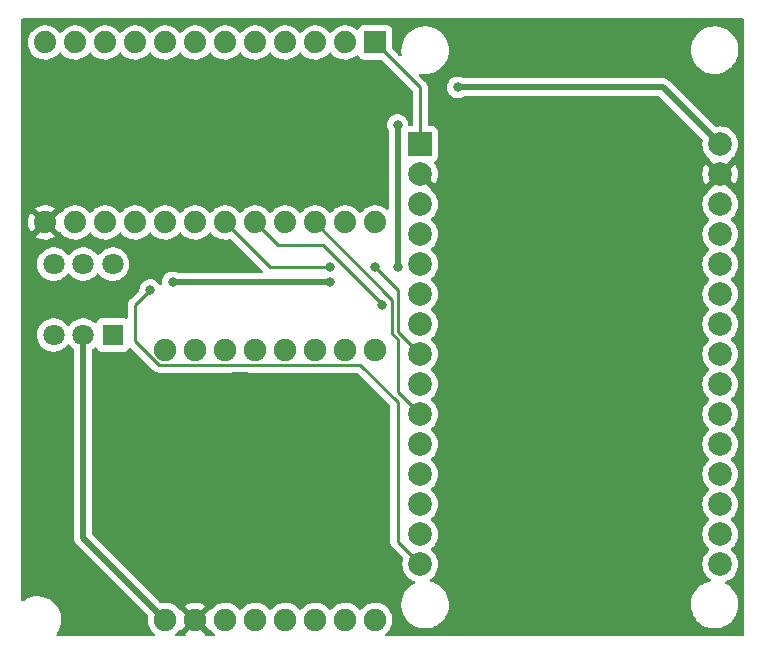
<source format=gtl>
%TF.GenerationSoftware,KiCad,Pcbnew,(6.0.5)*%
%TF.CreationDate,2022-12-08T11:31:36+07:00*%
%TF.ProjectId,Device on bag,44657669-6365-4206-9f6e-206261672e6b,rev?*%
%TF.SameCoordinates,Original*%
%TF.FileFunction,Copper,L1,Top*%
%TF.FilePolarity,Positive*%
%FSLAX46Y46*%
G04 Gerber Fmt 4.6, Leading zero omitted, Abs format (unit mm)*
G04 Created by KiCad (PCBNEW (6.0.5)) date 2022-12-08 11:31:36*
%MOMM*%
%LPD*%
G01*
G04 APERTURE LIST*
%TA.AperFunction,ComponentPad*%
%ADD10C,1.905000*%
%TD*%
%TA.AperFunction,ComponentPad*%
%ADD11R,1.800000X1.800000*%
%TD*%
%TA.AperFunction,ComponentPad*%
%ADD12C,1.800000*%
%TD*%
%TA.AperFunction,ComponentPad*%
%ADD13R,1.879600X1.879600*%
%TD*%
%TA.AperFunction,ComponentPad*%
%ADD14C,1.879600*%
%TD*%
%TA.AperFunction,ComponentPad*%
%ADD15R,2.000000X2.000000*%
%TD*%
%TA.AperFunction,ComponentPad*%
%ADD16C,2.000000*%
%TD*%
%TA.AperFunction,ViaPad*%
%ADD17C,0.800000*%
%TD*%
%TA.AperFunction,Conductor*%
%ADD18C,0.500000*%
%TD*%
%TA.AperFunction,Conductor*%
%ADD19C,0.250000*%
%TD*%
G04 APERTURE END LIST*
D10*
%TO.P,U2,1*%
%TO.N,N/C*%
X135890000Y-81280000D03*
%TO.P,U2,2*%
X133350000Y-81280000D03*
%TO.P,U2,3*%
X130810000Y-81280000D03*
%TO.P,U2,4*%
X128270000Y-81280000D03*
%TO.P,U2,5*%
X125730000Y-81280000D03*
%TO.P,U2,6*%
X123190000Y-81280000D03*
%TO.P,U2,7*%
X120650000Y-81280000D03*
%TO.P,U2,8*%
X118110000Y-81280000D03*
%TO.P,U2,9,5V*%
%TO.N,Net-(U2-Pad9)*%
X118110000Y-104140000D03*
%TO.P,U2,10,GND*%
%TO.N,GND*%
X120650000Y-104140000D03*
%TO.P,U2,11*%
%TO.N,N/C*%
X123190000Y-104140000D03*
%TO.P,U2,12*%
X125730000Y-104140000D03*
%TO.P,U2,13*%
X128270000Y-104140000D03*
%TO.P,U2,14*%
X130810000Y-104140000D03*
%TO.P,U2,15*%
X133350000Y-104140000D03*
%TO.P,U2,16*%
X135890000Y-104140000D03*
%TD*%
D11*
%TO.P,SW1,1*%
%TO.N,Vin*%
X113665000Y-80010000D03*
D12*
%TO.P,SW1,2*%
%TO.N,Net-(U2-Pad9)*%
X111165000Y-80010000D03*
%TO.P,SW1,3*%
%TO.N,N/C*%
X108665000Y-80010000D03*
%TO.P,SW1,4*%
X113665000Y-74010000D03*
%TO.P,SW1,5*%
X111165000Y-74010000D03*
%TO.P,SW1,6*%
X108665000Y-74010000D03*
%TD*%
D13*
%TO.P,U1,1,VDD*%
%TO.N,+3.3V*%
X135890000Y-55245000D03*
D14*
%TO.P,U1,2*%
%TO.N,N/C*%
X133350000Y-55245000D03*
%TO.P,U1,3*%
X130810000Y-55245000D03*
%TO.P,U1,4*%
X128270000Y-55245000D03*
%TO.P,U1,5*%
X125730000Y-55245000D03*
%TO.P,U1,6*%
X123190000Y-55245000D03*
%TO.P,U1,7*%
X120650000Y-55245000D03*
%TO.P,U1,8*%
X118110000Y-55245000D03*
%TO.P,U1,9*%
X115570000Y-55245000D03*
%TO.P,U1,10*%
X113030000Y-55245000D03*
%TO.P,U1,11*%
X110490000Y-55245000D03*
%TO.P,U1,12*%
X107950000Y-55245000D03*
%TO.P,U1,13,GND*%
%TO.N,GND*%
X107950000Y-70485000D03*
%TO.P,U1,14*%
%TO.N,N/C*%
X110490000Y-70485000D03*
%TO.P,U1,15*%
X113030000Y-70485000D03*
%TO.P,U1,16*%
X115570000Y-70485000D03*
%TO.P,U1,17*%
X118110000Y-70485000D03*
%TO.P,U1,18*%
X120650000Y-70485000D03*
%TO.P,U1,19,CS*%
%TO.N,SS*%
X123190000Y-70485000D03*
%TO.P,U1,20,SCL*%
%TO.N,SCK*%
X125730000Y-70485000D03*
%TO.P,U1,21,SDA*%
%TO.N,MOSI*%
X128270000Y-70485000D03*
%TO.P,U1,22,SDO*%
%TO.N,MISO*%
X130810000Y-70485000D03*
%TO.P,U1,23*%
%TO.N,N/C*%
X133350000Y-70485000D03*
%TO.P,U1,24*%
X135890000Y-70485000D03*
%TD*%
D15*
%TO.P,U3,1,3V3*%
%TO.N,+3.3V*%
X139700000Y-63860000D03*
D16*
%TO.P,U3,2,GND*%
%TO.N,GND*%
X139700000Y-66400000D03*
%TO.P,U3,3,D15*%
%TO.N,unconnected-(U3-Pad3)*%
X139700000Y-68940000D03*
%TO.P,U3,4,D2*%
%TO.N,unconnected-(U3-Pad4)*%
X139700000Y-71480000D03*
%TO.P,U3,5,D4*%
%TO.N,unconnected-(U3-Pad5)*%
X139700000Y-74020000D03*
%TO.P,U3,6,RX2*%
%TO.N,unconnected-(U3-Pad6)*%
X139700000Y-76560000D03*
%TO.P,U3,7,TX2*%
%TO.N,unconnected-(U3-Pad7)*%
X139700000Y-79100000D03*
%TO.P,U3,8,D5*%
%TO.N,SS*%
X139700000Y-81640000D03*
%TO.P,U3,9,D18*%
%TO.N,SCK*%
X139700000Y-84180000D03*
%TO.P,U3,10,D19*%
%TO.N,MISO*%
X139700000Y-86720000D03*
%TO.P,U3,11,D21*%
%TO.N,unconnected-(U3-Pad11)*%
X139700000Y-89260000D03*
%TO.P,U3,12,RX0*%
%TO.N,unconnected-(U3-Pad12)*%
X139700000Y-91800000D03*
%TO.P,U3,13,TX0*%
%TO.N,unconnected-(U3-Pad13)*%
X139700000Y-94340000D03*
%TO.P,U3,14,D22*%
%TO.N,unconnected-(U3-Pad14)*%
X139700000Y-96880000D03*
%TO.P,U3,15,D23*%
%TO.N,MOSI*%
X139700000Y-99420000D03*
%TO.P,U3,16,EN*%
%TO.N,unconnected-(U3-Pad16)*%
X165100000Y-99420000D03*
%TO.P,U3,17,VP*%
%TO.N,unconnected-(U3-Pad17)*%
X165100000Y-96880000D03*
%TO.P,U3,18,VN*%
%TO.N,unconnected-(U3-Pad18)*%
X165100000Y-94340000D03*
%TO.P,U3,19,D34*%
%TO.N,unconnected-(U3-Pad19)*%
X165100000Y-91800000D03*
%TO.P,U3,20,D35*%
%TO.N,unconnected-(U3-Pad20)*%
X165100000Y-89260000D03*
%TO.P,U3,21,D32*%
%TO.N,unconnected-(U3-Pad21)*%
X165100000Y-86720000D03*
%TO.P,U3,22,D33*%
%TO.N,unconnected-(U3-Pad22)*%
X165100000Y-84180000D03*
%TO.P,U3,23,D25*%
%TO.N,unconnected-(U3-Pad23)*%
X165100000Y-81640000D03*
%TO.P,U3,24,D26*%
%TO.N,unconnected-(U3-Pad24)*%
X165100000Y-79100000D03*
%TO.P,U3,25,D27*%
%TO.N,unconnected-(U3-Pad25)*%
X165100000Y-76560000D03*
%TO.P,U3,26,D14*%
%TO.N,unconnected-(U3-Pad26)*%
X165100000Y-74020000D03*
%TO.P,U3,27,D12*%
%TO.N,unconnected-(U3-Pad27)*%
X165100000Y-71480000D03*
%TO.P,U3,28,D13*%
%TO.N,unconnected-(U3-Pad28)*%
X165100000Y-68940000D03*
%TO.P,U3,29,GND*%
%TO.N,GND*%
X165100000Y-66400000D03*
%TO.P,U3,30,VIN*%
%TO.N,Vin*%
X165100000Y-63860000D03*
%TD*%
D17*
%TO.N,Vin*%
X118745000Y-75565000D03*
X132080000Y-75565000D03*
%TO.N,SS*%
X132080000Y-74295000D03*
X135890000Y-74295000D03*
%TO.N,SCK*%
X136442511Y-77470000D03*
%TO.N,MOSI*%
X116840000Y-76200000D03*
%TO.N,Vin*%
X137795000Y-74295000D03*
X142875000Y-59055000D03*
X137795000Y-62230000D03*
%TD*%
D18*
%TO.N,Vin*%
X137795000Y-62230000D02*
X137795000Y-74295000D01*
X118745000Y-75565000D02*
X132080000Y-75565000D01*
D19*
%TO.N,SS*%
X127000000Y-74295000D02*
X123190000Y-70485000D01*
X132080000Y-74295000D02*
X127000000Y-74295000D01*
%TO.N,MOSI*%
X115570000Y-77470000D02*
X116840000Y-76200000D01*
X115570000Y-80545967D02*
X115570000Y-77470000D01*
X117581044Y-82557011D02*
X115570000Y-80545967D01*
X123718956Y-82557011D02*
X117581044Y-82557011D01*
X125201044Y-82557011D02*
X125194033Y-82550000D01*
X134612989Y-82557011D02*
X125201044Y-82557011D01*
X125194033Y-82550000D02*
X123725967Y-82550000D01*
X137795000Y-85725000D02*
X134620000Y-82550000D01*
X134620000Y-82550000D02*
X134612989Y-82557011D01*
X137795000Y-97515000D02*
X137795000Y-85725000D01*
X123725967Y-82550000D02*
X123718956Y-82557011D01*
X139700000Y-99420000D02*
X137795000Y-97515000D01*
%TO.N,MISO*%
X137795000Y-84815000D02*
X139700000Y-86720000D01*
X137795000Y-80370718D02*
X137795000Y-84815000D01*
X137345480Y-79921198D02*
X137795000Y-80370718D01*
X130810000Y-70485000D02*
X137345480Y-77020480D01*
X137345480Y-77020480D02*
X137345480Y-79921198D01*
%TO.N,+3.3V*%
X139700000Y-59055000D02*
X135890000Y-55245000D01*
X139700000Y-63860000D02*
X139700000Y-59055000D01*
%TO.N,SS*%
X137795000Y-76200000D02*
X135890000Y-74295000D01*
X137795000Y-79735000D02*
X137795000Y-76200000D01*
X139700000Y-81640000D02*
X137795000Y-79735000D01*
%TO.N,SCK*%
X136442511Y-77470000D02*
X136442511Y-77387511D01*
X136442511Y-77387511D02*
X131445000Y-72390000D01*
X131445000Y-72390000D02*
X127635000Y-72390000D01*
X127635000Y-72390000D02*
X125730000Y-70485000D01*
D18*
%TO.N,Net-(U2-Pad9)*%
X111165000Y-97195000D02*
X118110000Y-104140000D01*
X111165000Y-80010000D02*
X111165000Y-97195000D01*
%TO.N,Vin*%
X160295000Y-59055000D02*
X165100000Y-63860000D01*
X142875000Y-59055000D02*
X160295000Y-59055000D01*
%TD*%
%TA.AperFunction,Conductor*%
%TO.N,GND*%
G36*
X167073621Y-53233502D02*
G01*
X167120114Y-53287158D01*
X167131500Y-53339500D01*
X167131500Y-105410500D01*
X167111498Y-105478621D01*
X167057842Y-105525114D01*
X167005500Y-105536500D01*
X136841853Y-105536500D01*
X136773732Y-105516498D01*
X136727239Y-105462842D01*
X136717135Y-105392568D01*
X136746629Y-105327988D01*
X136768684Y-105307922D01*
X136832034Y-105262735D01*
X136832044Y-105262727D01*
X136836245Y-105259730D01*
X137006420Y-105090148D01*
X137146613Y-104895049D01*
X137253059Y-104679673D01*
X137269547Y-104625404D01*
X137321395Y-104454756D01*
X137321396Y-104454750D01*
X137322899Y-104449804D01*
X137354257Y-104211614D01*
X137354534Y-104200287D01*
X137355925Y-104143365D01*
X137355925Y-104143361D01*
X137356007Y-104140000D01*
X137336322Y-103900563D01*
X137277794Y-103667556D01*
X137181997Y-103447237D01*
X137071426Y-103276321D01*
X137054310Y-103249863D01*
X137054308Y-103249860D01*
X137051502Y-103245523D01*
X136889814Y-103067830D01*
X136746212Y-102954420D01*
X136705330Y-102922133D01*
X136705325Y-102922130D01*
X136701276Y-102918932D01*
X136696760Y-102916439D01*
X136696757Y-102916437D01*
X136495474Y-102805323D01*
X136495470Y-102805321D01*
X136490950Y-102802826D01*
X136486081Y-102801102D01*
X136486077Y-102801100D01*
X136269360Y-102724356D01*
X136269356Y-102724355D01*
X136264485Y-102722630D01*
X136259392Y-102721723D01*
X136259389Y-102721722D01*
X136033052Y-102681405D01*
X136033046Y-102681404D01*
X136027963Y-102680499D01*
X135940600Y-102679432D01*
X135792907Y-102677627D01*
X135792905Y-102677627D01*
X135787737Y-102677564D01*
X135550256Y-102713904D01*
X135438003Y-102750594D01*
X135326817Y-102786934D01*
X135326811Y-102786937D01*
X135321899Y-102788542D01*
X135317313Y-102790929D01*
X135317309Y-102790931D01*
X135113393Y-102897084D01*
X135108800Y-102899475D01*
X135086960Y-102915873D01*
X135034125Y-102955543D01*
X134916680Y-103043723D01*
X134913108Y-103047461D01*
X134767698Y-103199624D01*
X134750699Y-103217412D01*
X134725465Y-103254403D01*
X134670556Y-103299404D01*
X134600032Y-103307575D01*
X134536284Y-103276321D01*
X134515589Y-103251840D01*
X134514311Y-103249865D01*
X134511502Y-103245523D01*
X134349814Y-103067830D01*
X134206212Y-102954420D01*
X134165330Y-102922133D01*
X134165325Y-102922130D01*
X134161276Y-102918932D01*
X134156760Y-102916439D01*
X134156757Y-102916437D01*
X133955474Y-102805323D01*
X133955470Y-102805321D01*
X133950950Y-102802826D01*
X133946081Y-102801102D01*
X133946077Y-102801100D01*
X133729360Y-102724356D01*
X133729356Y-102724355D01*
X133724485Y-102722630D01*
X133719392Y-102721723D01*
X133719389Y-102721722D01*
X133493052Y-102681405D01*
X133493046Y-102681404D01*
X133487963Y-102680499D01*
X133400600Y-102679432D01*
X133252907Y-102677627D01*
X133252905Y-102677627D01*
X133247737Y-102677564D01*
X133010256Y-102713904D01*
X132898003Y-102750594D01*
X132786817Y-102786934D01*
X132786811Y-102786937D01*
X132781899Y-102788542D01*
X132777313Y-102790929D01*
X132777309Y-102790931D01*
X132573393Y-102897084D01*
X132568800Y-102899475D01*
X132546960Y-102915873D01*
X132494125Y-102955543D01*
X132376680Y-103043723D01*
X132373108Y-103047461D01*
X132227698Y-103199624D01*
X132210699Y-103217412D01*
X132185465Y-103254403D01*
X132130556Y-103299404D01*
X132060032Y-103307575D01*
X131996284Y-103276321D01*
X131975589Y-103251840D01*
X131974311Y-103249865D01*
X131971502Y-103245523D01*
X131809814Y-103067830D01*
X131666212Y-102954420D01*
X131625330Y-102922133D01*
X131625325Y-102922130D01*
X131621276Y-102918932D01*
X131616760Y-102916439D01*
X131616757Y-102916437D01*
X131415474Y-102805323D01*
X131415470Y-102805321D01*
X131410950Y-102802826D01*
X131406081Y-102801102D01*
X131406077Y-102801100D01*
X131189360Y-102724356D01*
X131189356Y-102724355D01*
X131184485Y-102722630D01*
X131179392Y-102721723D01*
X131179389Y-102721722D01*
X130953052Y-102681405D01*
X130953046Y-102681404D01*
X130947963Y-102680499D01*
X130860600Y-102679432D01*
X130712907Y-102677627D01*
X130712905Y-102677627D01*
X130707737Y-102677564D01*
X130470256Y-102713904D01*
X130358003Y-102750594D01*
X130246817Y-102786934D01*
X130246811Y-102786937D01*
X130241899Y-102788542D01*
X130237313Y-102790929D01*
X130237309Y-102790931D01*
X130033393Y-102897084D01*
X130028800Y-102899475D01*
X130006960Y-102915873D01*
X129954125Y-102955543D01*
X129836680Y-103043723D01*
X129833108Y-103047461D01*
X129687698Y-103199624D01*
X129670699Y-103217412D01*
X129645465Y-103254403D01*
X129590556Y-103299404D01*
X129520032Y-103307575D01*
X129456284Y-103276321D01*
X129435589Y-103251840D01*
X129434311Y-103249865D01*
X129431502Y-103245523D01*
X129269814Y-103067830D01*
X129126212Y-102954420D01*
X129085330Y-102922133D01*
X129085325Y-102922130D01*
X129081276Y-102918932D01*
X129076760Y-102916439D01*
X129076757Y-102916437D01*
X128875474Y-102805323D01*
X128875470Y-102805321D01*
X128870950Y-102802826D01*
X128866081Y-102801102D01*
X128866077Y-102801100D01*
X128649360Y-102724356D01*
X128649356Y-102724355D01*
X128644485Y-102722630D01*
X128639392Y-102721723D01*
X128639389Y-102721722D01*
X128413052Y-102681405D01*
X128413046Y-102681404D01*
X128407963Y-102680499D01*
X128320600Y-102679432D01*
X128172907Y-102677627D01*
X128172905Y-102677627D01*
X128167737Y-102677564D01*
X127930256Y-102713904D01*
X127818003Y-102750594D01*
X127706817Y-102786934D01*
X127706811Y-102786937D01*
X127701899Y-102788542D01*
X127697313Y-102790929D01*
X127697309Y-102790931D01*
X127493393Y-102897084D01*
X127488800Y-102899475D01*
X127466960Y-102915873D01*
X127414125Y-102955543D01*
X127296680Y-103043723D01*
X127293108Y-103047461D01*
X127147698Y-103199624D01*
X127130699Y-103217412D01*
X127105465Y-103254403D01*
X127050556Y-103299404D01*
X126980032Y-103307575D01*
X126916284Y-103276321D01*
X126895589Y-103251840D01*
X126894311Y-103249865D01*
X126891502Y-103245523D01*
X126729814Y-103067830D01*
X126586212Y-102954420D01*
X126545330Y-102922133D01*
X126545325Y-102922130D01*
X126541276Y-102918932D01*
X126536760Y-102916439D01*
X126536757Y-102916437D01*
X126335474Y-102805323D01*
X126335470Y-102805321D01*
X126330950Y-102802826D01*
X126326081Y-102801102D01*
X126326077Y-102801100D01*
X126109360Y-102724356D01*
X126109356Y-102724355D01*
X126104485Y-102722630D01*
X126099392Y-102721723D01*
X126099389Y-102721722D01*
X125873052Y-102681405D01*
X125873046Y-102681404D01*
X125867963Y-102680499D01*
X125780600Y-102679432D01*
X125632907Y-102677627D01*
X125632905Y-102677627D01*
X125627737Y-102677564D01*
X125390256Y-102713904D01*
X125278003Y-102750594D01*
X125166817Y-102786934D01*
X125166811Y-102786937D01*
X125161899Y-102788542D01*
X125157313Y-102790929D01*
X125157309Y-102790931D01*
X124953393Y-102897084D01*
X124948800Y-102899475D01*
X124926960Y-102915873D01*
X124874125Y-102955543D01*
X124756680Y-103043723D01*
X124753108Y-103047461D01*
X124607698Y-103199624D01*
X124590699Y-103217412D01*
X124565465Y-103254403D01*
X124510556Y-103299404D01*
X124440032Y-103307575D01*
X124376284Y-103276321D01*
X124355589Y-103251840D01*
X124354311Y-103249865D01*
X124351502Y-103245523D01*
X124189814Y-103067830D01*
X124046212Y-102954420D01*
X124005330Y-102922133D01*
X124005325Y-102922130D01*
X124001276Y-102918932D01*
X123996760Y-102916439D01*
X123996757Y-102916437D01*
X123795474Y-102805323D01*
X123795470Y-102805321D01*
X123790950Y-102802826D01*
X123786081Y-102801102D01*
X123786077Y-102801100D01*
X123569360Y-102724356D01*
X123569356Y-102724355D01*
X123564485Y-102722630D01*
X123559392Y-102721723D01*
X123559389Y-102721722D01*
X123333052Y-102681405D01*
X123333046Y-102681404D01*
X123327963Y-102680499D01*
X123240600Y-102679432D01*
X123092907Y-102677627D01*
X123092905Y-102677627D01*
X123087737Y-102677564D01*
X122850256Y-102713904D01*
X122738003Y-102750594D01*
X122626817Y-102786934D01*
X122626811Y-102786937D01*
X122621899Y-102788542D01*
X122617313Y-102790929D01*
X122617309Y-102790931D01*
X122413393Y-102897084D01*
X122408800Y-102899475D01*
X122386960Y-102915873D01*
X122334125Y-102955543D01*
X122216680Y-103043723D01*
X122213108Y-103047461D01*
X122067698Y-103199624D01*
X122050699Y-103217412D01*
X122028561Y-103249865D01*
X122015727Y-103268679D01*
X121960815Y-103313681D01*
X121890290Y-103321852D01*
X121863699Y-103309313D01*
X121848123Y-103307122D01*
X121836940Y-103312270D01*
X121022022Y-104127188D01*
X121014408Y-104141132D01*
X121014539Y-104142965D01*
X121018790Y-104149580D01*
X121833922Y-104964712D01*
X121847866Y-104972326D01*
X121860080Y-104971453D01*
X121897415Y-104957111D01*
X121966933Y-104971524D01*
X122006737Y-105006052D01*
X122006991Y-105005832D01*
X122008527Y-105007606D01*
X122008530Y-105007608D01*
X122164289Y-105187422D01*
X122309432Y-105307922D01*
X122316218Y-105313556D01*
X122355853Y-105372459D01*
X122357351Y-105443439D01*
X122320236Y-105503962D01*
X122256292Y-105534811D01*
X122235733Y-105536500D01*
X121583243Y-105536500D01*
X121515122Y-105516498D01*
X121468629Y-105462842D01*
X121458525Y-105392568D01*
X121481894Y-105337937D01*
X121474150Y-105323360D01*
X120662812Y-104512022D01*
X120648868Y-104504408D01*
X120647035Y-104504539D01*
X120640420Y-104508790D01*
X119821860Y-105327350D01*
X119814246Y-105341294D01*
X119814388Y-105343292D01*
X119835554Y-105404608D01*
X119818760Y-105473589D01*
X119767337Y-105522540D01*
X119709692Y-105536500D01*
X119061853Y-105536500D01*
X118993732Y-105516498D01*
X118947239Y-105462842D01*
X118937135Y-105392568D01*
X118966629Y-105327988D01*
X118988684Y-105307922D01*
X119052034Y-105262735D01*
X119052044Y-105262727D01*
X119056245Y-105259730D01*
X119226420Y-105090148D01*
X119283988Y-105010034D01*
X119339980Y-104966388D01*
X119410683Y-104959942D01*
X119433139Y-104971210D01*
X119450740Y-104974126D01*
X119461152Y-104969638D01*
X120277978Y-104152812D01*
X120285592Y-104138868D01*
X120285461Y-104137035D01*
X120281210Y-104130420D01*
X119466085Y-103315295D01*
X119452141Y-103307681D01*
X119442177Y-103308393D01*
X119402942Y-103324018D01*
X119333253Y-103310455D01*
X119285402Y-103267008D01*
X119274312Y-103249867D01*
X119271502Y-103245523D01*
X119109814Y-103067830D01*
X118966212Y-102954420D01*
X118952022Y-102943213D01*
X119818009Y-102943213D01*
X119824753Y-102955543D01*
X120637188Y-103767978D01*
X120651132Y-103775592D01*
X120652965Y-103775461D01*
X120659580Y-103771210D01*
X121476370Y-102954420D01*
X121483390Y-102941564D01*
X121475615Y-102930894D01*
X121465061Y-102922558D01*
X121456468Y-102916849D01*
X121255278Y-102805786D01*
X121245866Y-102801556D01*
X121029232Y-102724841D01*
X121019261Y-102722207D01*
X120793005Y-102681905D01*
X120782752Y-102680936D01*
X120552942Y-102678128D01*
X120542658Y-102678848D01*
X120315484Y-102713610D01*
X120305457Y-102715999D01*
X120087012Y-102787398D01*
X120077503Y-102791395D01*
X119873653Y-102897513D01*
X119864935Y-102903002D01*
X119826462Y-102931888D01*
X119818009Y-102943213D01*
X118952022Y-102943213D01*
X118925330Y-102922133D01*
X118925325Y-102922130D01*
X118921276Y-102918932D01*
X118916760Y-102916439D01*
X118916757Y-102916437D01*
X118715474Y-102805323D01*
X118715470Y-102805321D01*
X118710950Y-102802826D01*
X118706081Y-102801102D01*
X118706077Y-102801100D01*
X118489360Y-102724356D01*
X118489356Y-102724355D01*
X118484485Y-102722630D01*
X118479392Y-102721723D01*
X118479389Y-102721722D01*
X118253052Y-102681405D01*
X118253046Y-102681404D01*
X118247963Y-102680499D01*
X118160600Y-102679432D01*
X118012907Y-102677627D01*
X118012905Y-102677627D01*
X118007737Y-102677564D01*
X117884383Y-102696440D01*
X117821450Y-102706070D01*
X117751087Y-102696602D01*
X117713296Y-102670615D01*
X111960405Y-96917724D01*
X111926379Y-96855412D01*
X111923500Y-96828629D01*
X111923500Y-81264052D01*
X111943502Y-81195931D01*
X111976332Y-81161473D01*
X112073039Y-81092493D01*
X112073042Y-81092491D01*
X112077243Y-81089494D01*
X112088895Y-81077883D01*
X112093189Y-81073604D01*
X112155561Y-81039689D01*
X112226368Y-81044878D01*
X112283129Y-81087525D01*
X112300110Y-81118627D01*
X112308288Y-81140440D01*
X112314385Y-81156705D01*
X112401739Y-81273261D01*
X112518295Y-81360615D01*
X112654684Y-81411745D01*
X112716866Y-81418500D01*
X114613134Y-81418500D01*
X114675316Y-81411745D01*
X114811705Y-81360615D01*
X114928261Y-81273261D01*
X115015615Y-81156705D01*
X115018769Y-81148293D01*
X115020327Y-81144138D01*
X115022971Y-81140618D01*
X115023077Y-81140425D01*
X115023105Y-81140440D01*
X115062969Y-81087374D01*
X115129531Y-81062675D01*
X115198880Y-81077883D01*
X115227403Y-81099274D01*
X117077387Y-82949258D01*
X117084931Y-82957548D01*
X117089044Y-82964029D01*
X117094821Y-82969454D01*
X117138711Y-83010669D01*
X117141553Y-83013424D01*
X117161275Y-83033146D01*
X117164417Y-83035583D01*
X117164477Y-83035630D01*
X117173489Y-83043328D01*
X117199080Y-83067358D01*
X117205723Y-83073597D01*
X117212666Y-83077414D01*
X117223475Y-83083356D01*
X117239997Y-83094209D01*
X117256003Y-83106625D01*
X117263281Y-83109775D01*
X117263282Y-83109775D01*
X117296581Y-83124185D01*
X117307231Y-83129402D01*
X117345984Y-83150706D01*
X117353659Y-83152677D01*
X117353660Y-83152677D01*
X117365606Y-83155744D01*
X117384311Y-83162148D01*
X117402899Y-83170192D01*
X117410722Y-83171431D01*
X117410732Y-83171434D01*
X117446568Y-83177110D01*
X117458188Y-83179516D01*
X117490003Y-83187684D01*
X117501014Y-83190511D01*
X117521268Y-83190511D01*
X117540978Y-83192062D01*
X117560987Y-83195231D01*
X117568879Y-83194485D01*
X117587624Y-83192713D01*
X117605006Y-83191070D01*
X117616863Y-83190511D01*
X123640189Y-83190511D01*
X123651372Y-83191038D01*
X123658865Y-83192713D01*
X123666791Y-83192464D01*
X123666792Y-83192464D01*
X123726942Y-83190573D01*
X123730901Y-83190511D01*
X123758812Y-83190511D01*
X123762747Y-83190014D01*
X123762812Y-83190006D01*
X123774649Y-83189073D01*
X123818845Y-83187684D01*
X123826459Y-83185472D01*
X123829116Y-83185051D01*
X123848828Y-83183500D01*
X125077792Y-83183500D01*
X125109121Y-83187457D01*
X125121014Y-83190511D01*
X125141268Y-83190511D01*
X125160978Y-83192062D01*
X125180987Y-83195231D01*
X125188879Y-83194485D01*
X125207624Y-83192713D01*
X125225006Y-83191070D01*
X125236863Y-83190511D01*
X134312417Y-83190511D01*
X134380538Y-83210513D01*
X134401512Y-83227416D01*
X137124595Y-85950500D01*
X137158621Y-86012812D01*
X137161500Y-86039595D01*
X137161500Y-97436233D01*
X137160973Y-97447416D01*
X137159298Y-97454909D01*
X137159547Y-97462835D01*
X137159547Y-97462836D01*
X137161438Y-97522986D01*
X137161500Y-97526945D01*
X137161500Y-97554856D01*
X137161997Y-97558790D01*
X137161997Y-97558791D01*
X137162005Y-97558856D01*
X137162938Y-97570693D01*
X137164327Y-97614889D01*
X137169978Y-97634339D01*
X137173987Y-97653700D01*
X137176526Y-97673797D01*
X137179445Y-97681168D01*
X137179445Y-97681170D01*
X137192804Y-97714912D01*
X137196649Y-97726142D01*
X137208982Y-97768593D01*
X137213015Y-97775412D01*
X137213017Y-97775417D01*
X137219293Y-97786028D01*
X137227988Y-97803776D01*
X137235448Y-97822617D01*
X137240110Y-97829033D01*
X137240110Y-97829034D01*
X137261436Y-97858387D01*
X137267952Y-97868307D01*
X137290458Y-97906362D01*
X137304779Y-97920683D01*
X137317619Y-97935716D01*
X137329528Y-97952107D01*
X137335634Y-97957158D01*
X137363605Y-97980298D01*
X137372384Y-97988288D01*
X138225636Y-98841540D01*
X138259662Y-98903852D01*
X138259060Y-98960049D01*
X138205465Y-99183289D01*
X138186835Y-99420000D01*
X138205465Y-99656711D01*
X138260895Y-99887594D01*
X138351760Y-100106963D01*
X138354346Y-100111183D01*
X138473241Y-100305202D01*
X138473245Y-100305208D01*
X138475824Y-100309416D01*
X138630031Y-100489969D01*
X138810584Y-100644176D01*
X138814792Y-100646755D01*
X138814798Y-100646759D01*
X139008817Y-100765654D01*
X139013037Y-100768240D01*
X139017607Y-100770133D01*
X139017611Y-100770135D01*
X139094354Y-100801922D01*
X139184406Y-100839223D01*
X139239686Y-100883770D01*
X139262107Y-100951133D01*
X139244549Y-101019925D01*
X139195341Y-101066882D01*
X139102662Y-101116161D01*
X139053058Y-101142536D01*
X139049499Y-101145122D01*
X139049497Y-101145123D01*
X138944895Y-101221121D01*
X138825808Y-101307642D01*
X138623748Y-101502769D01*
X138450812Y-101724118D01*
X138448616Y-101727922D01*
X138448611Y-101727929D01*
X138334794Y-101925067D01*
X138310364Y-101967381D01*
X138205138Y-102227824D01*
X138204073Y-102232097D01*
X138204072Y-102232099D01*
X138154613Y-102430470D01*
X138137183Y-102500376D01*
X138136724Y-102504744D01*
X138136723Y-102504749D01*
X138113642Y-102724356D01*
X138107822Y-102779733D01*
X138107975Y-102784121D01*
X138107975Y-102784127D01*
X138117041Y-103043723D01*
X138117625Y-103060458D01*
X138118387Y-103064781D01*
X138118388Y-103064788D01*
X138142164Y-103199624D01*
X138166402Y-103337087D01*
X138253203Y-103604235D01*
X138376340Y-103856702D01*
X138378795Y-103860341D01*
X138378798Y-103860347D01*
X138422550Y-103925212D01*
X138533415Y-104089576D01*
X138536360Y-104092847D01*
X138536361Y-104092848D01*
X138546566Y-104104182D01*
X138721371Y-104298322D01*
X138936550Y-104478879D01*
X139174764Y-104627731D01*
X139431375Y-104741982D01*
X139435603Y-104743194D01*
X139435602Y-104743194D01*
X139652521Y-104805394D01*
X139701390Y-104819407D01*
X139705740Y-104820018D01*
X139705743Y-104820019D01*
X139808690Y-104834487D01*
X139979552Y-104858500D01*
X140190146Y-104858500D01*
X140192332Y-104858347D01*
X140192336Y-104858347D01*
X140395827Y-104844118D01*
X140395832Y-104844117D01*
X140400212Y-104843811D01*
X140674970Y-104785409D01*
X140679099Y-104783906D01*
X140679103Y-104783905D01*
X140934781Y-104690846D01*
X140934785Y-104690844D01*
X140938926Y-104689337D01*
X141186942Y-104557464D01*
X141249488Y-104512022D01*
X141410629Y-104394947D01*
X141410632Y-104394944D01*
X141414192Y-104392358D01*
X141616252Y-104197231D01*
X141789188Y-103975882D01*
X141791384Y-103972078D01*
X141791389Y-103972071D01*
X141927435Y-103736431D01*
X141929636Y-103732619D01*
X142034862Y-103472176D01*
X142048899Y-103415878D01*
X142101753Y-103203893D01*
X142101754Y-103203888D01*
X142102817Y-103199624D01*
X142116268Y-103071649D01*
X142131719Y-102924636D01*
X142131719Y-102924633D01*
X142132178Y-102920267D01*
X142131613Y-102904075D01*
X142127271Y-102779733D01*
X162617822Y-102779733D01*
X162617975Y-102784121D01*
X162617975Y-102784127D01*
X162627041Y-103043723D01*
X162627625Y-103060458D01*
X162628387Y-103064781D01*
X162628388Y-103064788D01*
X162652164Y-103199624D01*
X162676402Y-103337087D01*
X162763203Y-103604235D01*
X162886340Y-103856702D01*
X162888795Y-103860341D01*
X162888798Y-103860347D01*
X162932550Y-103925212D01*
X163043415Y-104089576D01*
X163046360Y-104092847D01*
X163046361Y-104092848D01*
X163056566Y-104104182D01*
X163231371Y-104298322D01*
X163446550Y-104478879D01*
X163684764Y-104627731D01*
X163941375Y-104741982D01*
X163945603Y-104743194D01*
X163945602Y-104743194D01*
X164162521Y-104805394D01*
X164211390Y-104819407D01*
X164215740Y-104820018D01*
X164215743Y-104820019D01*
X164318690Y-104834487D01*
X164489552Y-104858500D01*
X164700146Y-104858500D01*
X164702332Y-104858347D01*
X164702336Y-104858347D01*
X164905827Y-104844118D01*
X164905832Y-104844117D01*
X164910212Y-104843811D01*
X165184970Y-104785409D01*
X165189099Y-104783906D01*
X165189103Y-104783905D01*
X165444781Y-104690846D01*
X165444785Y-104690844D01*
X165448926Y-104689337D01*
X165696942Y-104557464D01*
X165759488Y-104512022D01*
X165920629Y-104394947D01*
X165920632Y-104394944D01*
X165924192Y-104392358D01*
X166126252Y-104197231D01*
X166299188Y-103975882D01*
X166301384Y-103972078D01*
X166301389Y-103972071D01*
X166437435Y-103736431D01*
X166439636Y-103732619D01*
X166544862Y-103472176D01*
X166558899Y-103415878D01*
X166611753Y-103203893D01*
X166611754Y-103203888D01*
X166612817Y-103199624D01*
X166626268Y-103071649D01*
X166641719Y-102924636D01*
X166641719Y-102924633D01*
X166642178Y-102920267D01*
X166641613Y-102904075D01*
X166632529Y-102643939D01*
X166632528Y-102643933D01*
X166632375Y-102639542D01*
X166608608Y-102504749D01*
X166600630Y-102459506D01*
X166583598Y-102362913D01*
X166496797Y-102095765D01*
X166373660Y-101843298D01*
X166371205Y-101839659D01*
X166371202Y-101839653D01*
X166290935Y-101720653D01*
X166216585Y-101610424D01*
X166028629Y-101401678D01*
X165813450Y-101221121D01*
X165575236Y-101072269D01*
X165576285Y-101070591D01*
X165531313Y-101026622D01*
X165515440Y-100957423D01*
X165539498Y-100890627D01*
X165592994Y-100848584D01*
X165782389Y-100770135D01*
X165782393Y-100770133D01*
X165786963Y-100768240D01*
X165791183Y-100765654D01*
X165985202Y-100646759D01*
X165985208Y-100646755D01*
X165989416Y-100644176D01*
X166169969Y-100489969D01*
X166324176Y-100309416D01*
X166326755Y-100305208D01*
X166326759Y-100305202D01*
X166445654Y-100111183D01*
X166448240Y-100106963D01*
X166539105Y-99887594D01*
X166594535Y-99656711D01*
X166613165Y-99420000D01*
X166594535Y-99183289D01*
X166539105Y-98952406D01*
X166537211Y-98947833D01*
X166450135Y-98737611D01*
X166450133Y-98737607D01*
X166448240Y-98733037D01*
X166445654Y-98728817D01*
X166326759Y-98534798D01*
X166326755Y-98534792D01*
X166324176Y-98530584D01*
X166169969Y-98350031D01*
X166166213Y-98346823D01*
X166166208Y-98346818D01*
X166047944Y-98245811D01*
X166009134Y-98186361D01*
X166008628Y-98115366D01*
X166047944Y-98054189D01*
X166166208Y-97953182D01*
X166166213Y-97953177D01*
X166169969Y-97949969D01*
X166324176Y-97769416D01*
X166326755Y-97765208D01*
X166326759Y-97765202D01*
X166445654Y-97571183D01*
X166448240Y-97566963D01*
X166497478Y-97448093D01*
X166537211Y-97352167D01*
X166537212Y-97352165D01*
X166539105Y-97347594D01*
X166569493Y-97221018D01*
X166593380Y-97121524D01*
X166593381Y-97121518D01*
X166594535Y-97116711D01*
X166613165Y-96880000D01*
X166594535Y-96643289D01*
X166539105Y-96412406D01*
X166448240Y-96193037D01*
X166371500Y-96067809D01*
X166326759Y-95994798D01*
X166326755Y-95994792D01*
X166324176Y-95990584D01*
X166190168Y-95833681D01*
X166173177Y-95813787D01*
X166169969Y-95810031D01*
X166166213Y-95806823D01*
X166166208Y-95806818D01*
X166047944Y-95705811D01*
X166009134Y-95646361D01*
X166008628Y-95575366D01*
X166047944Y-95514189D01*
X166166208Y-95413182D01*
X166166213Y-95413177D01*
X166169969Y-95409969D01*
X166181433Y-95396547D01*
X166190968Y-95385382D01*
X166324176Y-95229416D01*
X166326755Y-95225208D01*
X166326759Y-95225202D01*
X166445654Y-95031183D01*
X166448240Y-95026963D01*
X166539105Y-94807594D01*
X166594535Y-94576711D01*
X166613165Y-94340000D01*
X166594535Y-94103289D01*
X166539105Y-93872406D01*
X166448240Y-93653037D01*
X166371500Y-93527809D01*
X166326759Y-93454798D01*
X166326755Y-93454792D01*
X166324176Y-93450584D01*
X166190168Y-93293681D01*
X166173177Y-93273787D01*
X166169969Y-93270031D01*
X166166213Y-93266823D01*
X166166208Y-93266818D01*
X166047944Y-93165811D01*
X166009134Y-93106361D01*
X166008628Y-93035366D01*
X166047944Y-92974189D01*
X166166208Y-92873182D01*
X166166213Y-92873177D01*
X166169969Y-92869969D01*
X166181433Y-92856547D01*
X166190968Y-92845382D01*
X166324176Y-92689416D01*
X166326755Y-92685208D01*
X166326759Y-92685202D01*
X166445654Y-92491183D01*
X166448240Y-92486963D01*
X166539105Y-92267594D01*
X166594535Y-92036711D01*
X166613165Y-91800000D01*
X166594535Y-91563289D01*
X166539105Y-91332406D01*
X166448240Y-91113037D01*
X166371500Y-90987809D01*
X166326759Y-90914798D01*
X166326755Y-90914792D01*
X166324176Y-90910584D01*
X166190168Y-90753681D01*
X166173177Y-90733787D01*
X166169969Y-90730031D01*
X166166213Y-90726823D01*
X166166208Y-90726818D01*
X166047944Y-90625811D01*
X166009134Y-90566361D01*
X166008628Y-90495366D01*
X166047944Y-90434189D01*
X166166208Y-90333182D01*
X166166213Y-90333177D01*
X166169969Y-90329969D01*
X166181433Y-90316547D01*
X166190968Y-90305382D01*
X166324176Y-90149416D01*
X166326755Y-90145208D01*
X166326759Y-90145202D01*
X166445654Y-89951183D01*
X166448240Y-89946963D01*
X166539105Y-89727594D01*
X166594535Y-89496711D01*
X166613165Y-89260000D01*
X166594535Y-89023289D01*
X166539105Y-88792406D01*
X166448240Y-88573037D01*
X166371500Y-88447809D01*
X166326759Y-88374798D01*
X166326755Y-88374792D01*
X166324176Y-88370584D01*
X166190168Y-88213681D01*
X166173177Y-88193787D01*
X166169969Y-88190031D01*
X166166213Y-88186823D01*
X166166208Y-88186818D01*
X166047944Y-88085811D01*
X166009134Y-88026361D01*
X166008628Y-87955366D01*
X166047944Y-87894189D01*
X166166208Y-87793182D01*
X166166213Y-87793177D01*
X166169969Y-87789969D01*
X166181433Y-87776547D01*
X166190968Y-87765382D01*
X166324176Y-87609416D01*
X166326755Y-87605208D01*
X166326759Y-87605202D01*
X166445654Y-87411183D01*
X166448240Y-87406963D01*
X166539105Y-87187594D01*
X166594535Y-86956711D01*
X166613165Y-86720000D01*
X166594535Y-86483289D01*
X166539105Y-86252406D01*
X166537211Y-86247833D01*
X166450135Y-86037611D01*
X166450133Y-86037607D01*
X166448240Y-86033037D01*
X166397661Y-85950500D01*
X166326759Y-85834798D01*
X166326755Y-85834792D01*
X166324176Y-85830584D01*
X166169969Y-85650031D01*
X166166213Y-85646823D01*
X166166208Y-85646818D01*
X166047944Y-85545811D01*
X166009134Y-85486361D01*
X166008628Y-85415366D01*
X166047944Y-85354189D01*
X166166208Y-85253182D01*
X166166213Y-85253177D01*
X166169969Y-85249969D01*
X166324176Y-85069416D01*
X166326755Y-85065208D01*
X166326759Y-85065202D01*
X166445654Y-84871183D01*
X166448240Y-84866963D01*
X166539105Y-84647594D01*
X166594535Y-84416711D01*
X166613165Y-84180000D01*
X166594535Y-83943289D01*
X166539105Y-83712406D01*
X166448240Y-83493037D01*
X166371500Y-83367809D01*
X166326759Y-83294798D01*
X166326755Y-83294792D01*
X166324176Y-83290584D01*
X166182058Y-83124185D01*
X166173177Y-83113787D01*
X166169969Y-83110031D01*
X166166213Y-83106823D01*
X166166208Y-83106818D01*
X166047944Y-83005811D01*
X166009134Y-82946361D01*
X166008628Y-82875366D01*
X166047944Y-82814189D01*
X166166208Y-82713182D01*
X166166213Y-82713177D01*
X166169969Y-82709969D01*
X166181433Y-82696547D01*
X166227458Y-82642658D01*
X166324176Y-82529416D01*
X166326755Y-82525208D01*
X166326759Y-82525202D01*
X166445654Y-82331183D01*
X166448240Y-82326963D01*
X166475534Y-82261071D01*
X166537211Y-82112167D01*
X166537212Y-82112165D01*
X166539105Y-82107594D01*
X166594535Y-81876711D01*
X166613165Y-81640000D01*
X166594535Y-81403289D01*
X166591575Y-81390956D01*
X166545527Y-81199157D01*
X166539105Y-81172406D01*
X166536498Y-81166111D01*
X166450135Y-80957611D01*
X166450133Y-80957607D01*
X166448240Y-80953037D01*
X166429103Y-80921808D01*
X166326759Y-80754798D01*
X166326755Y-80754792D01*
X166324176Y-80750584D01*
X166169969Y-80570031D01*
X166166213Y-80566823D01*
X166166208Y-80566818D01*
X166047944Y-80465811D01*
X166009134Y-80406361D01*
X166008628Y-80335366D01*
X166047944Y-80274189D01*
X166166208Y-80173182D01*
X166166213Y-80173177D01*
X166169969Y-80169969D01*
X166324176Y-79989416D01*
X166326755Y-79985208D01*
X166326759Y-79985202D01*
X166445654Y-79791183D01*
X166448240Y-79786963D01*
X166539105Y-79567594D01*
X166558360Y-79487391D01*
X166593380Y-79341524D01*
X166593381Y-79341518D01*
X166594535Y-79336711D01*
X166613165Y-79100000D01*
X166594535Y-78863289D01*
X166592812Y-78856109D01*
X166543110Y-78649088D01*
X166539105Y-78632406D01*
X166537211Y-78627833D01*
X166450135Y-78417611D01*
X166450133Y-78417607D01*
X166448240Y-78413037D01*
X166445654Y-78408817D01*
X166326759Y-78214798D01*
X166326755Y-78214792D01*
X166324176Y-78210584D01*
X166190168Y-78053681D01*
X166173177Y-78033787D01*
X166169969Y-78030031D01*
X166166213Y-78026823D01*
X166166208Y-78026818D01*
X166047944Y-77925811D01*
X166009134Y-77866361D01*
X166008628Y-77795366D01*
X166047944Y-77734189D01*
X166166208Y-77633182D01*
X166166213Y-77633177D01*
X166169969Y-77629969D01*
X166181433Y-77616547D01*
X166286131Y-77493961D01*
X166324176Y-77449416D01*
X166326755Y-77445208D01*
X166326759Y-77445202D01*
X166445654Y-77251183D01*
X166448240Y-77246963D01*
X166469268Y-77196198D01*
X166537211Y-77032167D01*
X166537212Y-77032165D01*
X166539105Y-77027594D01*
X166573879Y-76882749D01*
X166593380Y-76801524D01*
X166593381Y-76801518D01*
X166594535Y-76796711D01*
X166613165Y-76560000D01*
X166594535Y-76323289D01*
X166576400Y-76247749D01*
X166540260Y-76097218D01*
X166539105Y-76092406D01*
X166506374Y-76013385D01*
X166450135Y-75877611D01*
X166450133Y-75877607D01*
X166448240Y-75873037D01*
X166394593Y-75785493D01*
X166326759Y-75674798D01*
X166326755Y-75674792D01*
X166324176Y-75670584D01*
X166169969Y-75490031D01*
X166166213Y-75486823D01*
X166166208Y-75486818D01*
X166047944Y-75385811D01*
X166009134Y-75326361D01*
X166008628Y-75255366D01*
X166047944Y-75194189D01*
X166166208Y-75093182D01*
X166166213Y-75093177D01*
X166169969Y-75089969D01*
X166324176Y-74909416D01*
X166326755Y-74905208D01*
X166326759Y-74905202D01*
X166445654Y-74711183D01*
X166448240Y-74706963D01*
X166450289Y-74702018D01*
X166537211Y-74492167D01*
X166537212Y-74492165D01*
X166539105Y-74487594D01*
X166580873Y-74313617D01*
X166593380Y-74261524D01*
X166593381Y-74261518D01*
X166594535Y-74256711D01*
X166613165Y-74020000D01*
X166594535Y-73783289D01*
X166592343Y-73774156D01*
X166544260Y-73573878D01*
X166539105Y-73552406D01*
X166524015Y-73515975D01*
X166450135Y-73337611D01*
X166450133Y-73337607D01*
X166448240Y-73333037D01*
X166432666Y-73307623D01*
X166326759Y-73134798D01*
X166326755Y-73134792D01*
X166324176Y-73130584D01*
X166180530Y-72962396D01*
X166173177Y-72953787D01*
X166169969Y-72950031D01*
X166166213Y-72946823D01*
X166166208Y-72946818D01*
X166047944Y-72845811D01*
X166009134Y-72786361D01*
X166008628Y-72715366D01*
X166047944Y-72654189D01*
X166166208Y-72553182D01*
X166166213Y-72553177D01*
X166169969Y-72549969D01*
X166324176Y-72369416D01*
X166326755Y-72365208D01*
X166326759Y-72365202D01*
X166445654Y-72171183D01*
X166448240Y-72166963D01*
X166456278Y-72147559D01*
X166537211Y-71952167D01*
X166537212Y-71952165D01*
X166539105Y-71947594D01*
X166590008Y-71735569D01*
X166593380Y-71721524D01*
X166593381Y-71721518D01*
X166594535Y-71716711D01*
X166613165Y-71480000D01*
X166594535Y-71243289D01*
X166539105Y-71012406D01*
X166471644Y-70849539D01*
X166450135Y-70797611D01*
X166450133Y-70797607D01*
X166448240Y-70793037D01*
X166445654Y-70788817D01*
X166326759Y-70594798D01*
X166326755Y-70594792D01*
X166324176Y-70590584D01*
X166169969Y-70410031D01*
X166166213Y-70406823D01*
X166166208Y-70406818D01*
X166047944Y-70305811D01*
X166009134Y-70246361D01*
X166008628Y-70175366D01*
X166047944Y-70114189D01*
X166166208Y-70013182D01*
X166166213Y-70013177D01*
X166169969Y-70009969D01*
X166324176Y-69829416D01*
X166326755Y-69825208D01*
X166326759Y-69825202D01*
X166445654Y-69631183D01*
X166448240Y-69626963D01*
X166450152Y-69622349D01*
X166537211Y-69412167D01*
X166537212Y-69412165D01*
X166539105Y-69407594D01*
X166568552Y-69284937D01*
X166593380Y-69181524D01*
X166593381Y-69181518D01*
X166594535Y-69176711D01*
X166613165Y-68940000D01*
X166594535Y-68703289D01*
X166539105Y-68472406D01*
X166448240Y-68253037D01*
X166445654Y-68248817D01*
X166326759Y-68054798D01*
X166326755Y-68054792D01*
X166324176Y-68050584D01*
X166169969Y-67870031D01*
X166166213Y-67866823D01*
X166166208Y-67866818D01*
X166013384Y-67736294D01*
X165974574Y-67676844D01*
X165972360Y-67642442D01*
X165964123Y-67623333D01*
X165112812Y-66772022D01*
X165098868Y-66764408D01*
X165097035Y-66764539D01*
X165090420Y-66768790D01*
X164238920Y-67620290D01*
X164229740Y-67637102D01*
X164215980Y-67700350D01*
X164187224Y-67735775D01*
X164033793Y-67866818D01*
X164030031Y-67870031D01*
X163875824Y-68050584D01*
X163873245Y-68054792D01*
X163873241Y-68054798D01*
X163754346Y-68248817D01*
X163751760Y-68253037D01*
X163660895Y-68472406D01*
X163605465Y-68703289D01*
X163586835Y-68940000D01*
X163605465Y-69176711D01*
X163606619Y-69181518D01*
X163606620Y-69181524D01*
X163631448Y-69284937D01*
X163660895Y-69407594D01*
X163662788Y-69412165D01*
X163662789Y-69412167D01*
X163749849Y-69622349D01*
X163751760Y-69626963D01*
X163754346Y-69631183D01*
X163873241Y-69825202D01*
X163873245Y-69825208D01*
X163875824Y-69829416D01*
X164030031Y-70009969D01*
X164033787Y-70013177D01*
X164033792Y-70013182D01*
X164152056Y-70114189D01*
X164190866Y-70173639D01*
X164191372Y-70244634D01*
X164152056Y-70305811D01*
X164033792Y-70406818D01*
X164033787Y-70406823D01*
X164030031Y-70410031D01*
X163875824Y-70590584D01*
X163873245Y-70594792D01*
X163873241Y-70594798D01*
X163754346Y-70788817D01*
X163751760Y-70793037D01*
X163749867Y-70797607D01*
X163749865Y-70797611D01*
X163728356Y-70849539D01*
X163660895Y-71012406D01*
X163605465Y-71243289D01*
X163586835Y-71480000D01*
X163605465Y-71716711D01*
X163606619Y-71721518D01*
X163606620Y-71721524D01*
X163609992Y-71735569D01*
X163660895Y-71947594D01*
X163662788Y-71952165D01*
X163662789Y-71952167D01*
X163743723Y-72147559D01*
X163751760Y-72166963D01*
X163754346Y-72171183D01*
X163873241Y-72365202D01*
X163873245Y-72365208D01*
X163875824Y-72369416D01*
X164030031Y-72549969D01*
X164033787Y-72553177D01*
X164033792Y-72553182D01*
X164152056Y-72654189D01*
X164190866Y-72713639D01*
X164191372Y-72784634D01*
X164152056Y-72845811D01*
X164033792Y-72946818D01*
X164033787Y-72946823D01*
X164030031Y-72950031D01*
X164026823Y-72953787D01*
X164019470Y-72962396D01*
X163875824Y-73130584D01*
X163873245Y-73134792D01*
X163873241Y-73134798D01*
X163767334Y-73307623D01*
X163751760Y-73333037D01*
X163749867Y-73337607D01*
X163749865Y-73337611D01*
X163675985Y-73515975D01*
X163660895Y-73552406D01*
X163655740Y-73573878D01*
X163607658Y-73774156D01*
X163605465Y-73783289D01*
X163586835Y-74020000D01*
X163605465Y-74256711D01*
X163606619Y-74261518D01*
X163606620Y-74261524D01*
X163619127Y-74313617D01*
X163660895Y-74487594D01*
X163662788Y-74492165D01*
X163662789Y-74492167D01*
X163749712Y-74702018D01*
X163751760Y-74706963D01*
X163754346Y-74711183D01*
X163873241Y-74905202D01*
X163873245Y-74905208D01*
X163875824Y-74909416D01*
X164030031Y-75089969D01*
X164033787Y-75093177D01*
X164033792Y-75093182D01*
X164152056Y-75194189D01*
X164190866Y-75253639D01*
X164191372Y-75324634D01*
X164152056Y-75385811D01*
X164033792Y-75486818D01*
X164033787Y-75486823D01*
X164030031Y-75490031D01*
X163875824Y-75670584D01*
X163873245Y-75674792D01*
X163873241Y-75674798D01*
X163805407Y-75785493D01*
X163751760Y-75873037D01*
X163749867Y-75877607D01*
X163749865Y-75877611D01*
X163693626Y-76013385D01*
X163660895Y-76092406D01*
X163659740Y-76097218D01*
X163623601Y-76247749D01*
X163605465Y-76323289D01*
X163586835Y-76560000D01*
X163605465Y-76796711D01*
X163606619Y-76801518D01*
X163606620Y-76801524D01*
X163626121Y-76882749D01*
X163660895Y-77027594D01*
X163662788Y-77032165D01*
X163662789Y-77032167D01*
X163730733Y-77196198D01*
X163751760Y-77246963D01*
X163754346Y-77251183D01*
X163873241Y-77445202D01*
X163873245Y-77445208D01*
X163875824Y-77449416D01*
X163913869Y-77493961D01*
X164018568Y-77616547D01*
X164030031Y-77629969D01*
X164033787Y-77633177D01*
X164033792Y-77633182D01*
X164152056Y-77734189D01*
X164190866Y-77793639D01*
X164191372Y-77864634D01*
X164152056Y-77925811D01*
X164033792Y-78026818D01*
X164033787Y-78026823D01*
X164030031Y-78030031D01*
X164026823Y-78033787D01*
X164009832Y-78053681D01*
X163875824Y-78210584D01*
X163873245Y-78214792D01*
X163873241Y-78214798D01*
X163754346Y-78408817D01*
X163751760Y-78413037D01*
X163749867Y-78417607D01*
X163749865Y-78417611D01*
X163662789Y-78627833D01*
X163660895Y-78632406D01*
X163656890Y-78649088D01*
X163607189Y-78856109D01*
X163605465Y-78863289D01*
X163586835Y-79100000D01*
X163605465Y-79336711D01*
X163606619Y-79341518D01*
X163606620Y-79341524D01*
X163641640Y-79487391D01*
X163660895Y-79567594D01*
X163751760Y-79786963D01*
X163754346Y-79791183D01*
X163873241Y-79985202D01*
X163873245Y-79985208D01*
X163875824Y-79989416D01*
X164030031Y-80169969D01*
X164033787Y-80173177D01*
X164033792Y-80173182D01*
X164152056Y-80274189D01*
X164190866Y-80333639D01*
X164191372Y-80404634D01*
X164152056Y-80465811D01*
X164033792Y-80566818D01*
X164033787Y-80566823D01*
X164030031Y-80570031D01*
X163875824Y-80750584D01*
X163873245Y-80754792D01*
X163873241Y-80754798D01*
X163770897Y-80921808D01*
X163751760Y-80953037D01*
X163749867Y-80957607D01*
X163749865Y-80957611D01*
X163663502Y-81166111D01*
X163660895Y-81172406D01*
X163654473Y-81199157D01*
X163608426Y-81390956D01*
X163605465Y-81403289D01*
X163586835Y-81640000D01*
X163605465Y-81876711D01*
X163660895Y-82107594D01*
X163662788Y-82112165D01*
X163662789Y-82112167D01*
X163724467Y-82261071D01*
X163751760Y-82326963D01*
X163754346Y-82331183D01*
X163873241Y-82525202D01*
X163873245Y-82525208D01*
X163875824Y-82529416D01*
X163972542Y-82642658D01*
X164018568Y-82696547D01*
X164030031Y-82709969D01*
X164033787Y-82713177D01*
X164033792Y-82713182D01*
X164152056Y-82814189D01*
X164190866Y-82873639D01*
X164191372Y-82944634D01*
X164152056Y-83005811D01*
X164033792Y-83106818D01*
X164033787Y-83106823D01*
X164030031Y-83110031D01*
X164026823Y-83113787D01*
X164017942Y-83124185D01*
X163875824Y-83290584D01*
X163873245Y-83294792D01*
X163873241Y-83294798D01*
X163828500Y-83367809D01*
X163751760Y-83493037D01*
X163660895Y-83712406D01*
X163605465Y-83943289D01*
X163586835Y-84180000D01*
X163605465Y-84416711D01*
X163660895Y-84647594D01*
X163751760Y-84866963D01*
X163754346Y-84871183D01*
X163873241Y-85065202D01*
X163873245Y-85065208D01*
X163875824Y-85069416D01*
X164030031Y-85249969D01*
X164033787Y-85253177D01*
X164033792Y-85253182D01*
X164152056Y-85354189D01*
X164190866Y-85413639D01*
X164191372Y-85484634D01*
X164152056Y-85545811D01*
X164033792Y-85646818D01*
X164033787Y-85646823D01*
X164030031Y-85650031D01*
X163875824Y-85830584D01*
X163873245Y-85834792D01*
X163873241Y-85834798D01*
X163802339Y-85950500D01*
X163751760Y-86033037D01*
X163749867Y-86037607D01*
X163749865Y-86037611D01*
X163662789Y-86247833D01*
X163660895Y-86252406D01*
X163605465Y-86483289D01*
X163586835Y-86720000D01*
X163605465Y-86956711D01*
X163660895Y-87187594D01*
X163751760Y-87406963D01*
X163754346Y-87411183D01*
X163873241Y-87605202D01*
X163873245Y-87605208D01*
X163875824Y-87609416D01*
X164009032Y-87765382D01*
X164018568Y-87776547D01*
X164030031Y-87789969D01*
X164033787Y-87793177D01*
X164033792Y-87793182D01*
X164152056Y-87894189D01*
X164190866Y-87953639D01*
X164191372Y-88024634D01*
X164152056Y-88085811D01*
X164033792Y-88186818D01*
X164033787Y-88186823D01*
X164030031Y-88190031D01*
X164026823Y-88193787D01*
X164009832Y-88213681D01*
X163875824Y-88370584D01*
X163873245Y-88374792D01*
X163873241Y-88374798D01*
X163828500Y-88447809D01*
X163751760Y-88573037D01*
X163660895Y-88792406D01*
X163605465Y-89023289D01*
X163586835Y-89260000D01*
X163605465Y-89496711D01*
X163660895Y-89727594D01*
X163751760Y-89946963D01*
X163754346Y-89951183D01*
X163873241Y-90145202D01*
X163873245Y-90145208D01*
X163875824Y-90149416D01*
X164009032Y-90305382D01*
X164018568Y-90316547D01*
X164030031Y-90329969D01*
X164033787Y-90333177D01*
X164033792Y-90333182D01*
X164152056Y-90434189D01*
X164190866Y-90493639D01*
X164191372Y-90564634D01*
X164152056Y-90625811D01*
X164033792Y-90726818D01*
X164033787Y-90726823D01*
X164030031Y-90730031D01*
X164026823Y-90733787D01*
X164009832Y-90753681D01*
X163875824Y-90910584D01*
X163873245Y-90914792D01*
X163873241Y-90914798D01*
X163828500Y-90987809D01*
X163751760Y-91113037D01*
X163660895Y-91332406D01*
X163605465Y-91563289D01*
X163586835Y-91800000D01*
X163605465Y-92036711D01*
X163660895Y-92267594D01*
X163751760Y-92486963D01*
X163754346Y-92491183D01*
X163873241Y-92685202D01*
X163873245Y-92685208D01*
X163875824Y-92689416D01*
X164009032Y-92845382D01*
X164018568Y-92856547D01*
X164030031Y-92869969D01*
X164033787Y-92873177D01*
X164033792Y-92873182D01*
X164152056Y-92974189D01*
X164190866Y-93033639D01*
X164191372Y-93104634D01*
X164152056Y-93165811D01*
X164033792Y-93266818D01*
X164033787Y-93266823D01*
X164030031Y-93270031D01*
X164026823Y-93273787D01*
X164009832Y-93293681D01*
X163875824Y-93450584D01*
X163873245Y-93454792D01*
X163873241Y-93454798D01*
X163828500Y-93527809D01*
X163751760Y-93653037D01*
X163660895Y-93872406D01*
X163605465Y-94103289D01*
X163586835Y-94340000D01*
X163605465Y-94576711D01*
X163660895Y-94807594D01*
X163751760Y-95026963D01*
X163754346Y-95031183D01*
X163873241Y-95225202D01*
X163873245Y-95225208D01*
X163875824Y-95229416D01*
X164009032Y-95385382D01*
X164018568Y-95396547D01*
X164030031Y-95409969D01*
X164033787Y-95413177D01*
X164033792Y-95413182D01*
X164152056Y-95514189D01*
X164190866Y-95573639D01*
X164191372Y-95644634D01*
X164152056Y-95705811D01*
X164033792Y-95806818D01*
X164033787Y-95806823D01*
X164030031Y-95810031D01*
X164026823Y-95813787D01*
X164009832Y-95833681D01*
X163875824Y-95990584D01*
X163873245Y-95994792D01*
X163873241Y-95994798D01*
X163828500Y-96067809D01*
X163751760Y-96193037D01*
X163660895Y-96412406D01*
X163605465Y-96643289D01*
X163586835Y-96880000D01*
X163605465Y-97116711D01*
X163606619Y-97121518D01*
X163606620Y-97121524D01*
X163630507Y-97221018D01*
X163660895Y-97347594D01*
X163662788Y-97352165D01*
X163662789Y-97352167D01*
X163702523Y-97448093D01*
X163751760Y-97566963D01*
X163754346Y-97571183D01*
X163873241Y-97765202D01*
X163873245Y-97765208D01*
X163875824Y-97769416D01*
X164030031Y-97949969D01*
X164033787Y-97953177D01*
X164033792Y-97953182D01*
X164152056Y-98054189D01*
X164190866Y-98113639D01*
X164191372Y-98184634D01*
X164152056Y-98245811D01*
X164033792Y-98346818D01*
X164033787Y-98346823D01*
X164030031Y-98350031D01*
X163875824Y-98530584D01*
X163873245Y-98534792D01*
X163873241Y-98534798D01*
X163754346Y-98728817D01*
X163751760Y-98733037D01*
X163749867Y-98737607D01*
X163749865Y-98737611D01*
X163662789Y-98947833D01*
X163660895Y-98952406D01*
X163605465Y-99183289D01*
X163586835Y-99420000D01*
X163605465Y-99656711D01*
X163660895Y-99887594D01*
X163751760Y-100106963D01*
X163754346Y-100111183D01*
X163873241Y-100305202D01*
X163873245Y-100305208D01*
X163875824Y-100309416D01*
X164030031Y-100489969D01*
X164210584Y-100644176D01*
X164214799Y-100646759D01*
X164214802Y-100646761D01*
X164234026Y-100658542D01*
X164281657Y-100711190D01*
X164293263Y-100781232D01*
X164265159Y-100846429D01*
X164206268Y-100886082D01*
X164194392Y-100889220D01*
X164075030Y-100914591D01*
X164070901Y-100916094D01*
X164070897Y-100916095D01*
X163815219Y-101009154D01*
X163815215Y-101009156D01*
X163811074Y-101010663D01*
X163563058Y-101142536D01*
X163559499Y-101145122D01*
X163559497Y-101145123D01*
X163454895Y-101221121D01*
X163335808Y-101307642D01*
X163133748Y-101502769D01*
X162960812Y-101724118D01*
X162958616Y-101727922D01*
X162958611Y-101727929D01*
X162844794Y-101925067D01*
X162820364Y-101967381D01*
X162715138Y-102227824D01*
X162714073Y-102232097D01*
X162714072Y-102232099D01*
X162664613Y-102430470D01*
X162647183Y-102500376D01*
X162646724Y-102504744D01*
X162646723Y-102504749D01*
X162623642Y-102724356D01*
X162617822Y-102779733D01*
X142127271Y-102779733D01*
X142122529Y-102643939D01*
X142122528Y-102643933D01*
X142122375Y-102639542D01*
X142098608Y-102504749D01*
X142090630Y-102459506D01*
X142073598Y-102362913D01*
X141986797Y-102095765D01*
X141863660Y-101843298D01*
X141861205Y-101839659D01*
X141861202Y-101839653D01*
X141780935Y-101720653D01*
X141706585Y-101610424D01*
X141518629Y-101401678D01*
X141303450Y-101221121D01*
X141065236Y-101072269D01*
X140808625Y-100958018D01*
X140679977Y-100921129D01*
X140585667Y-100894086D01*
X140525698Y-100856082D01*
X140495796Y-100791690D01*
X140505453Y-100721353D01*
X140554563Y-100665534D01*
X140585197Y-100646762D01*
X140585202Y-100646758D01*
X140589416Y-100644176D01*
X140769969Y-100489969D01*
X140924176Y-100309416D01*
X140926755Y-100305208D01*
X140926759Y-100305202D01*
X141045654Y-100111183D01*
X141048240Y-100106963D01*
X141139105Y-99887594D01*
X141194535Y-99656711D01*
X141213165Y-99420000D01*
X141194535Y-99183289D01*
X141139105Y-98952406D01*
X141137211Y-98947833D01*
X141050135Y-98737611D01*
X141050133Y-98737607D01*
X141048240Y-98733037D01*
X141045654Y-98728817D01*
X140926759Y-98534798D01*
X140926755Y-98534792D01*
X140924176Y-98530584D01*
X140769969Y-98350031D01*
X140766213Y-98346823D01*
X140766208Y-98346818D01*
X140647944Y-98245811D01*
X140609134Y-98186361D01*
X140608628Y-98115366D01*
X140647944Y-98054189D01*
X140766208Y-97953182D01*
X140766213Y-97953177D01*
X140769969Y-97949969D01*
X140924176Y-97769416D01*
X140926755Y-97765208D01*
X140926759Y-97765202D01*
X141045654Y-97571183D01*
X141048240Y-97566963D01*
X141097478Y-97448093D01*
X141137211Y-97352167D01*
X141137212Y-97352165D01*
X141139105Y-97347594D01*
X141169493Y-97221018D01*
X141193380Y-97121524D01*
X141193381Y-97121518D01*
X141194535Y-97116711D01*
X141213165Y-96880000D01*
X141194535Y-96643289D01*
X141139105Y-96412406D01*
X141048240Y-96193037D01*
X140971500Y-96067809D01*
X140926759Y-95994798D01*
X140926755Y-95994792D01*
X140924176Y-95990584D01*
X140790168Y-95833681D01*
X140773177Y-95813787D01*
X140769969Y-95810031D01*
X140766213Y-95806823D01*
X140766208Y-95806818D01*
X140647944Y-95705811D01*
X140609134Y-95646361D01*
X140608628Y-95575366D01*
X140647944Y-95514189D01*
X140766208Y-95413182D01*
X140766213Y-95413177D01*
X140769969Y-95409969D01*
X140781433Y-95396547D01*
X140790968Y-95385382D01*
X140924176Y-95229416D01*
X140926755Y-95225208D01*
X140926759Y-95225202D01*
X141045654Y-95031183D01*
X141048240Y-95026963D01*
X141139105Y-94807594D01*
X141194535Y-94576711D01*
X141213165Y-94340000D01*
X141194535Y-94103289D01*
X141139105Y-93872406D01*
X141048240Y-93653037D01*
X140971500Y-93527809D01*
X140926759Y-93454798D01*
X140926755Y-93454792D01*
X140924176Y-93450584D01*
X140790168Y-93293681D01*
X140773177Y-93273787D01*
X140769969Y-93270031D01*
X140766213Y-93266823D01*
X140766208Y-93266818D01*
X140647944Y-93165811D01*
X140609134Y-93106361D01*
X140608628Y-93035366D01*
X140647944Y-92974189D01*
X140766208Y-92873182D01*
X140766213Y-92873177D01*
X140769969Y-92869969D01*
X140781433Y-92856547D01*
X140790968Y-92845382D01*
X140924176Y-92689416D01*
X140926755Y-92685208D01*
X140926759Y-92685202D01*
X141045654Y-92491183D01*
X141048240Y-92486963D01*
X141139105Y-92267594D01*
X141194535Y-92036711D01*
X141213165Y-91800000D01*
X141194535Y-91563289D01*
X141139105Y-91332406D01*
X141048240Y-91113037D01*
X140971500Y-90987809D01*
X140926759Y-90914798D01*
X140926755Y-90914792D01*
X140924176Y-90910584D01*
X140790168Y-90753681D01*
X140773177Y-90733787D01*
X140769969Y-90730031D01*
X140766213Y-90726823D01*
X140766208Y-90726818D01*
X140647944Y-90625811D01*
X140609134Y-90566361D01*
X140608628Y-90495366D01*
X140647944Y-90434189D01*
X140766208Y-90333182D01*
X140766213Y-90333177D01*
X140769969Y-90329969D01*
X140781433Y-90316547D01*
X140790968Y-90305382D01*
X140924176Y-90149416D01*
X140926755Y-90145208D01*
X140926759Y-90145202D01*
X141045654Y-89951183D01*
X141048240Y-89946963D01*
X141139105Y-89727594D01*
X141194535Y-89496711D01*
X141213165Y-89260000D01*
X141194535Y-89023289D01*
X141139105Y-88792406D01*
X141048240Y-88573037D01*
X140971500Y-88447809D01*
X140926759Y-88374798D01*
X140926755Y-88374792D01*
X140924176Y-88370584D01*
X140790168Y-88213681D01*
X140773177Y-88193787D01*
X140769969Y-88190031D01*
X140766213Y-88186823D01*
X140766208Y-88186818D01*
X140647944Y-88085811D01*
X140609134Y-88026361D01*
X140608628Y-87955366D01*
X140647944Y-87894189D01*
X140766208Y-87793182D01*
X140766213Y-87793177D01*
X140769969Y-87789969D01*
X140781433Y-87776547D01*
X140790968Y-87765382D01*
X140924176Y-87609416D01*
X140926755Y-87605208D01*
X140926759Y-87605202D01*
X141045654Y-87411183D01*
X141048240Y-87406963D01*
X141139105Y-87187594D01*
X141194535Y-86956711D01*
X141213165Y-86720000D01*
X141194535Y-86483289D01*
X141139105Y-86252406D01*
X141137211Y-86247833D01*
X141050135Y-86037611D01*
X141050133Y-86037607D01*
X141048240Y-86033037D01*
X140997661Y-85950500D01*
X140926759Y-85834798D01*
X140926755Y-85834792D01*
X140924176Y-85830584D01*
X140769969Y-85650031D01*
X140766213Y-85646823D01*
X140766208Y-85646818D01*
X140647944Y-85545811D01*
X140609134Y-85486361D01*
X140608628Y-85415366D01*
X140647944Y-85354189D01*
X140766208Y-85253182D01*
X140766213Y-85253177D01*
X140769969Y-85249969D01*
X140924176Y-85069416D01*
X140926755Y-85065208D01*
X140926759Y-85065202D01*
X141045654Y-84871183D01*
X141048240Y-84866963D01*
X141139105Y-84647594D01*
X141194535Y-84416711D01*
X141213165Y-84180000D01*
X141194535Y-83943289D01*
X141139105Y-83712406D01*
X141048240Y-83493037D01*
X140971500Y-83367809D01*
X140926759Y-83294798D01*
X140926755Y-83294792D01*
X140924176Y-83290584D01*
X140782058Y-83124185D01*
X140773177Y-83113787D01*
X140769969Y-83110031D01*
X140766213Y-83106823D01*
X140766208Y-83106818D01*
X140647944Y-83005811D01*
X140609134Y-82946361D01*
X140608628Y-82875366D01*
X140647944Y-82814189D01*
X140766208Y-82713182D01*
X140766213Y-82713177D01*
X140769969Y-82709969D01*
X140781433Y-82696547D01*
X140827458Y-82642658D01*
X140924176Y-82529416D01*
X140926755Y-82525208D01*
X140926759Y-82525202D01*
X141045654Y-82331183D01*
X141048240Y-82326963D01*
X141075534Y-82261071D01*
X141137211Y-82112167D01*
X141137212Y-82112165D01*
X141139105Y-82107594D01*
X141194535Y-81876711D01*
X141213165Y-81640000D01*
X141194535Y-81403289D01*
X141191575Y-81390956D01*
X141145527Y-81199157D01*
X141139105Y-81172406D01*
X141136498Y-81166111D01*
X141050135Y-80957611D01*
X141050133Y-80957607D01*
X141048240Y-80953037D01*
X141029103Y-80921808D01*
X140926759Y-80754798D01*
X140926755Y-80754792D01*
X140924176Y-80750584D01*
X140769969Y-80570031D01*
X140766213Y-80566823D01*
X140766208Y-80566818D01*
X140647944Y-80465811D01*
X140609134Y-80406361D01*
X140608628Y-80335366D01*
X140647944Y-80274189D01*
X140766208Y-80173182D01*
X140766213Y-80173177D01*
X140769969Y-80169969D01*
X140924176Y-79989416D01*
X140926755Y-79985208D01*
X140926759Y-79985202D01*
X141045654Y-79791183D01*
X141048240Y-79786963D01*
X141139105Y-79567594D01*
X141158360Y-79487391D01*
X141193380Y-79341524D01*
X141193381Y-79341518D01*
X141194535Y-79336711D01*
X141213165Y-79100000D01*
X141194535Y-78863289D01*
X141192812Y-78856109D01*
X141143110Y-78649088D01*
X141139105Y-78632406D01*
X141137211Y-78627833D01*
X141050135Y-78417611D01*
X141050133Y-78417607D01*
X141048240Y-78413037D01*
X141045654Y-78408817D01*
X140926759Y-78214798D01*
X140926755Y-78214792D01*
X140924176Y-78210584D01*
X140790168Y-78053681D01*
X140773177Y-78033787D01*
X140769969Y-78030031D01*
X140766213Y-78026823D01*
X140766208Y-78026818D01*
X140647944Y-77925811D01*
X140609134Y-77866361D01*
X140608628Y-77795366D01*
X140647944Y-77734189D01*
X140766208Y-77633182D01*
X140766213Y-77633177D01*
X140769969Y-77629969D01*
X140781433Y-77616547D01*
X140886131Y-77493961D01*
X140924176Y-77449416D01*
X140926755Y-77445208D01*
X140926759Y-77445202D01*
X141045654Y-77251183D01*
X141048240Y-77246963D01*
X141069268Y-77196198D01*
X141137211Y-77032167D01*
X141137212Y-77032165D01*
X141139105Y-77027594D01*
X141173879Y-76882749D01*
X141193380Y-76801524D01*
X141193381Y-76801518D01*
X141194535Y-76796711D01*
X141213165Y-76560000D01*
X141194535Y-76323289D01*
X141176400Y-76247749D01*
X141140260Y-76097218D01*
X141139105Y-76092406D01*
X141106374Y-76013385D01*
X141050135Y-75877611D01*
X141050133Y-75877607D01*
X141048240Y-75873037D01*
X140994593Y-75785493D01*
X140926759Y-75674798D01*
X140926755Y-75674792D01*
X140924176Y-75670584D01*
X140769969Y-75490031D01*
X140766213Y-75486823D01*
X140766208Y-75486818D01*
X140647944Y-75385811D01*
X140609134Y-75326361D01*
X140608628Y-75255366D01*
X140647944Y-75194189D01*
X140766208Y-75093182D01*
X140766213Y-75093177D01*
X140769969Y-75089969D01*
X140924176Y-74909416D01*
X140926755Y-74905208D01*
X140926759Y-74905202D01*
X141045654Y-74711183D01*
X141048240Y-74706963D01*
X141050289Y-74702018D01*
X141137211Y-74492167D01*
X141137212Y-74492165D01*
X141139105Y-74487594D01*
X141180873Y-74313617D01*
X141193380Y-74261524D01*
X141193381Y-74261518D01*
X141194535Y-74256711D01*
X141213165Y-74020000D01*
X141194535Y-73783289D01*
X141192343Y-73774156D01*
X141144260Y-73573878D01*
X141139105Y-73552406D01*
X141124015Y-73515975D01*
X141050135Y-73337611D01*
X141050133Y-73337607D01*
X141048240Y-73333037D01*
X141032666Y-73307623D01*
X140926759Y-73134798D01*
X140926755Y-73134792D01*
X140924176Y-73130584D01*
X140780530Y-72962396D01*
X140773177Y-72953787D01*
X140769969Y-72950031D01*
X140766213Y-72946823D01*
X140766208Y-72946818D01*
X140647944Y-72845811D01*
X140609134Y-72786361D01*
X140608628Y-72715366D01*
X140647944Y-72654189D01*
X140766208Y-72553182D01*
X140766213Y-72553177D01*
X140769969Y-72549969D01*
X140924176Y-72369416D01*
X140926755Y-72365208D01*
X140926759Y-72365202D01*
X141045654Y-72171183D01*
X141048240Y-72166963D01*
X141056278Y-72147559D01*
X141137211Y-71952167D01*
X141137212Y-71952165D01*
X141139105Y-71947594D01*
X141190008Y-71735569D01*
X141193380Y-71721524D01*
X141193381Y-71721518D01*
X141194535Y-71716711D01*
X141213165Y-71480000D01*
X141194535Y-71243289D01*
X141139105Y-71012406D01*
X141071644Y-70849539D01*
X141050135Y-70797611D01*
X141050133Y-70797607D01*
X141048240Y-70793037D01*
X141045654Y-70788817D01*
X140926759Y-70594798D01*
X140926755Y-70594792D01*
X140924176Y-70590584D01*
X140769969Y-70410031D01*
X140766213Y-70406823D01*
X140766208Y-70406818D01*
X140647944Y-70305811D01*
X140609134Y-70246361D01*
X140608628Y-70175366D01*
X140647944Y-70114189D01*
X140766208Y-70013182D01*
X140766213Y-70013177D01*
X140769969Y-70009969D01*
X140924176Y-69829416D01*
X140926755Y-69825208D01*
X140926759Y-69825202D01*
X141045654Y-69631183D01*
X141048240Y-69626963D01*
X141050152Y-69622349D01*
X141137211Y-69412167D01*
X141137212Y-69412165D01*
X141139105Y-69407594D01*
X141168552Y-69284937D01*
X141193380Y-69181524D01*
X141193381Y-69181518D01*
X141194535Y-69176711D01*
X141213165Y-68940000D01*
X141194535Y-68703289D01*
X141139105Y-68472406D01*
X141048240Y-68253037D01*
X141045654Y-68248817D01*
X140926759Y-68054798D01*
X140926755Y-68054792D01*
X140924176Y-68050584D01*
X140769969Y-67870031D01*
X140766213Y-67866823D01*
X140766208Y-67866818D01*
X140613384Y-67736294D01*
X140574574Y-67676844D01*
X140572360Y-67642442D01*
X140564123Y-67623333D01*
X139429885Y-66489095D01*
X139395859Y-66426783D01*
X139400924Y-66355968D01*
X139429885Y-66310905D01*
X139610905Y-66129885D01*
X139673217Y-66095859D01*
X139744032Y-66100924D01*
X139789095Y-66129885D01*
X140920290Y-67261080D01*
X140932670Y-67267840D01*
X140940320Y-67262113D01*
X141045205Y-67090958D01*
X141049687Y-67082163D01*
X141136734Y-66872012D01*
X141139783Y-66862627D01*
X141192885Y-66641446D01*
X141194428Y-66631699D01*
X141212275Y-66404930D01*
X163587725Y-66404930D01*
X163605572Y-66631699D01*
X163607115Y-66641446D01*
X163660217Y-66862627D01*
X163663266Y-66872012D01*
X163750313Y-67082163D01*
X163754795Y-67090958D01*
X163857432Y-67258445D01*
X163867890Y-67267907D01*
X163876666Y-67264124D01*
X164727978Y-66412812D01*
X164734356Y-66401132D01*
X165464408Y-66401132D01*
X165464539Y-66402965D01*
X165468790Y-66409580D01*
X166320290Y-67261080D01*
X166332670Y-67267840D01*
X166340320Y-67262113D01*
X166445205Y-67090958D01*
X166449687Y-67082163D01*
X166536734Y-66872012D01*
X166539783Y-66862627D01*
X166592885Y-66641446D01*
X166594428Y-66631699D01*
X166612275Y-66404930D01*
X166612275Y-66395070D01*
X166594428Y-66168301D01*
X166592885Y-66158554D01*
X166539783Y-65937373D01*
X166536734Y-65927988D01*
X166449687Y-65717837D01*
X166445205Y-65709042D01*
X166342568Y-65541555D01*
X166332110Y-65532093D01*
X166323334Y-65535876D01*
X165472022Y-66387188D01*
X165464408Y-66401132D01*
X164734356Y-66401132D01*
X164735592Y-66398868D01*
X164735461Y-66397035D01*
X164731210Y-66390420D01*
X163879710Y-65538920D01*
X163867330Y-65532160D01*
X163859680Y-65537887D01*
X163754795Y-65709042D01*
X163750313Y-65717837D01*
X163663266Y-65927988D01*
X163660217Y-65937373D01*
X163607115Y-66158554D01*
X163605572Y-66168301D01*
X163587725Y-66395070D01*
X163587725Y-66404930D01*
X141212275Y-66404930D01*
X141212275Y-66395070D01*
X141194428Y-66168301D01*
X141192885Y-66158554D01*
X141139783Y-65937373D01*
X141136734Y-65927988D01*
X141049687Y-65717837D01*
X141045205Y-65709042D01*
X140926357Y-65515101D01*
X140920557Y-65507117D01*
X140914381Y-65499886D01*
X140885349Y-65435096D01*
X140895953Y-65364896D01*
X140942177Y-65312312D01*
X140946705Y-65310615D01*
X141063261Y-65223261D01*
X141150615Y-65106705D01*
X141201745Y-64970316D01*
X141208500Y-64908134D01*
X141208500Y-62811866D01*
X141201745Y-62749684D01*
X141150615Y-62613295D01*
X141063261Y-62496739D01*
X140946705Y-62409385D01*
X140810316Y-62358255D01*
X140748134Y-62351500D01*
X140459500Y-62351500D01*
X140391379Y-62331498D01*
X140344886Y-62277842D01*
X140333500Y-62225500D01*
X140333500Y-59133768D01*
X140334027Y-59122585D01*
X140335702Y-59115092D01*
X140333813Y-59055000D01*
X141961496Y-59055000D01*
X141981458Y-59244928D01*
X142040473Y-59426556D01*
X142135960Y-59591944D01*
X142263747Y-59733866D01*
X142362843Y-59805864D01*
X142412904Y-59842235D01*
X142418248Y-59846118D01*
X142424276Y-59848802D01*
X142424278Y-59848803D01*
X142586681Y-59921109D01*
X142592712Y-59923794D01*
X142686112Y-59943647D01*
X142773056Y-59962128D01*
X142773061Y-59962128D01*
X142779513Y-59963500D01*
X142970487Y-59963500D01*
X142976939Y-59962128D01*
X142976944Y-59962128D01*
X143063888Y-59943647D01*
X143157288Y-59923794D01*
X143163319Y-59921109D01*
X143325722Y-59848803D01*
X143325724Y-59848802D01*
X143331752Y-59846118D01*
X143337091Y-59842239D01*
X143337098Y-59842235D01*
X143343528Y-59837563D01*
X143417587Y-59813500D01*
X159928629Y-59813500D01*
X159996750Y-59833502D01*
X160017724Y-59850405D01*
X163591412Y-63424093D01*
X163625438Y-63486405D01*
X163624836Y-63542602D01*
X163606620Y-63618476D01*
X163606619Y-63618482D01*
X163605465Y-63623289D01*
X163586835Y-63860000D01*
X163605465Y-64096711D01*
X163660895Y-64327594D01*
X163751760Y-64546963D01*
X163754346Y-64551183D01*
X163873241Y-64745202D01*
X163873245Y-64745208D01*
X163875824Y-64749416D01*
X164030031Y-64929969D01*
X164033787Y-64933177D01*
X164033792Y-64933182D01*
X164186616Y-65063706D01*
X164225426Y-65123156D01*
X164227640Y-65157558D01*
X164235877Y-65176667D01*
X165087188Y-66027978D01*
X165101132Y-66035592D01*
X165102965Y-66035461D01*
X165109580Y-66031210D01*
X165961080Y-65179710D01*
X165970260Y-65162898D01*
X165984020Y-65099650D01*
X166012776Y-65064225D01*
X166166213Y-64933177D01*
X166169969Y-64929969D01*
X166324176Y-64749416D01*
X166326755Y-64745208D01*
X166326759Y-64745202D01*
X166445654Y-64551183D01*
X166448240Y-64546963D01*
X166539105Y-64327594D01*
X166594535Y-64096711D01*
X166613165Y-63860000D01*
X166594535Y-63623289D01*
X166539105Y-63392406D01*
X166448240Y-63173037D01*
X166445654Y-63168817D01*
X166326759Y-62974798D01*
X166326755Y-62974792D01*
X166324176Y-62970584D01*
X166169969Y-62790031D01*
X165989416Y-62635824D01*
X165985208Y-62633245D01*
X165985202Y-62633241D01*
X165791183Y-62514346D01*
X165786963Y-62511760D01*
X165782393Y-62509867D01*
X165782389Y-62509865D01*
X165572167Y-62422789D01*
X165572165Y-62422788D01*
X165567594Y-62420895D01*
X165486012Y-62401309D01*
X165341524Y-62366620D01*
X165341518Y-62366619D01*
X165336711Y-62365465D01*
X165100000Y-62346835D01*
X164863289Y-62365465D01*
X164858482Y-62366619D01*
X164858476Y-62366620D01*
X164782602Y-62384836D01*
X164711694Y-62381289D01*
X164664093Y-62351412D01*
X160878770Y-58566089D01*
X160866384Y-58551677D01*
X160857851Y-58540082D01*
X160857846Y-58540077D01*
X160853508Y-58534182D01*
X160847930Y-58529443D01*
X160847927Y-58529440D01*
X160813232Y-58499965D01*
X160805716Y-58493035D01*
X160800021Y-58487340D01*
X160793880Y-58482482D01*
X160777749Y-58469719D01*
X160774345Y-58466928D01*
X160724297Y-58424409D01*
X160724295Y-58424408D01*
X160718715Y-58419667D01*
X160712199Y-58416339D01*
X160707150Y-58412972D01*
X160702021Y-58409805D01*
X160696284Y-58405266D01*
X160630125Y-58374345D01*
X160626225Y-58372439D01*
X160625857Y-58372251D01*
X160561192Y-58339231D01*
X160554084Y-58337492D01*
X160548441Y-58335393D01*
X160542678Y-58333476D01*
X160536050Y-58330378D01*
X160464583Y-58315513D01*
X160460299Y-58314543D01*
X160389390Y-58297192D01*
X160383788Y-58296844D01*
X160383785Y-58296844D01*
X160378236Y-58296500D01*
X160378238Y-58296464D01*
X160374245Y-58296225D01*
X160370053Y-58295851D01*
X160362885Y-58294360D01*
X160296675Y-58296151D01*
X160285479Y-58296454D01*
X160282072Y-58296500D01*
X143417587Y-58296500D01*
X143343528Y-58272437D01*
X143337098Y-58267765D01*
X143337091Y-58267761D01*
X143331752Y-58263882D01*
X143325724Y-58261198D01*
X143325722Y-58261197D01*
X143163319Y-58188891D01*
X143163318Y-58188891D01*
X143157288Y-58186206D01*
X143063887Y-58166353D01*
X142976944Y-58147872D01*
X142976939Y-58147872D01*
X142970487Y-58146500D01*
X142779513Y-58146500D01*
X142773061Y-58147872D01*
X142773056Y-58147872D01*
X142686113Y-58166353D01*
X142592712Y-58186206D01*
X142586682Y-58188891D01*
X142586681Y-58188891D01*
X142424278Y-58261197D01*
X142424276Y-58261198D01*
X142418248Y-58263882D01*
X142412907Y-58267762D01*
X142412906Y-58267763D01*
X142406473Y-58272437D01*
X142263747Y-58376134D01*
X142259326Y-58381044D01*
X142259325Y-58381045D01*
X142155229Y-58496656D01*
X142135960Y-58518056D01*
X142116549Y-58551677D01*
X142047968Y-58670463D01*
X142040473Y-58683444D01*
X141981458Y-58865072D01*
X141980768Y-58871633D01*
X141980768Y-58871635D01*
X141975040Y-58926133D01*
X141961496Y-59055000D01*
X140333813Y-59055000D01*
X140333562Y-59047001D01*
X140333500Y-59043044D01*
X140333500Y-59015144D01*
X140332996Y-59011153D01*
X140332063Y-58999311D01*
X140330923Y-58963036D01*
X140330674Y-58955111D01*
X140325021Y-58935652D01*
X140321012Y-58916293D01*
X140320846Y-58914983D01*
X140318474Y-58896203D01*
X140315558Y-58888837D01*
X140315556Y-58888831D01*
X140302200Y-58855098D01*
X140298355Y-58843868D01*
X140288230Y-58809017D01*
X140288230Y-58809016D01*
X140286019Y-58801407D01*
X140275705Y-58783966D01*
X140267008Y-58766213D01*
X140262472Y-58754758D01*
X140259552Y-58747383D01*
X140233563Y-58711612D01*
X140227047Y-58701692D01*
X140216255Y-58683444D01*
X140204542Y-58663638D01*
X140190221Y-58649317D01*
X140177380Y-58634283D01*
X140170131Y-58624306D01*
X140165472Y-58617893D01*
X140131395Y-58589702D01*
X140122616Y-58581712D01*
X139628991Y-58088087D01*
X139594965Y-58025775D01*
X139600030Y-57954960D01*
X139642577Y-57898124D01*
X139709097Y-57873313D01*
X139735622Y-57874218D01*
X139979552Y-57908500D01*
X140190146Y-57908500D01*
X140192332Y-57908347D01*
X140192336Y-57908347D01*
X140395827Y-57894118D01*
X140395832Y-57894117D01*
X140400212Y-57893811D01*
X140674970Y-57835409D01*
X140679099Y-57833906D01*
X140679103Y-57833905D01*
X140934781Y-57740846D01*
X140934785Y-57740844D01*
X140938926Y-57739337D01*
X141186942Y-57607464D01*
X141291896Y-57531211D01*
X141410629Y-57444947D01*
X141410632Y-57444944D01*
X141414192Y-57442358D01*
X141616252Y-57247231D01*
X141789188Y-57025882D01*
X141791384Y-57022078D01*
X141791389Y-57022071D01*
X141927435Y-56786431D01*
X141929636Y-56782619D01*
X142034862Y-56522176D01*
X142063168Y-56408648D01*
X142101753Y-56253893D01*
X142101754Y-56253888D01*
X142102817Y-56249624D01*
X142104572Y-56232934D01*
X142131719Y-55974636D01*
X142131719Y-55974633D01*
X142132178Y-55970267D01*
X142132025Y-55965873D01*
X142127271Y-55829733D01*
X162617822Y-55829733D01*
X162617975Y-55834121D01*
X162617975Y-55834127D01*
X162627463Y-56105808D01*
X162627625Y-56110458D01*
X162628387Y-56114781D01*
X162628388Y-56114788D01*
X162652164Y-56249624D01*
X162676402Y-56387087D01*
X162763203Y-56654235D01*
X162765131Y-56658188D01*
X162765133Y-56658193D01*
X162783948Y-56696768D01*
X162886340Y-56906702D01*
X162888795Y-56910341D01*
X162888798Y-56910347D01*
X162961890Y-57018710D01*
X163043415Y-57139576D01*
X163231371Y-57348322D01*
X163446550Y-57528879D01*
X163684764Y-57677731D01*
X163941375Y-57791982D01*
X164211390Y-57869407D01*
X164215740Y-57870018D01*
X164215743Y-57870019D01*
X164318690Y-57884487D01*
X164489552Y-57908500D01*
X164700146Y-57908500D01*
X164702332Y-57908347D01*
X164702336Y-57908347D01*
X164905827Y-57894118D01*
X164905832Y-57894117D01*
X164910212Y-57893811D01*
X165184970Y-57835409D01*
X165189099Y-57833906D01*
X165189103Y-57833905D01*
X165444781Y-57740846D01*
X165444785Y-57740844D01*
X165448926Y-57739337D01*
X165696942Y-57607464D01*
X165801896Y-57531211D01*
X165920629Y-57444947D01*
X165920632Y-57444944D01*
X165924192Y-57442358D01*
X166126252Y-57247231D01*
X166299188Y-57025882D01*
X166301384Y-57022078D01*
X166301389Y-57022071D01*
X166437435Y-56786431D01*
X166439636Y-56782619D01*
X166544862Y-56522176D01*
X166573168Y-56408648D01*
X166611753Y-56253893D01*
X166611754Y-56253888D01*
X166612817Y-56249624D01*
X166614572Y-56232934D01*
X166641719Y-55974636D01*
X166641719Y-55974633D01*
X166642178Y-55970267D01*
X166642025Y-55965873D01*
X166632529Y-55693939D01*
X166632528Y-55693933D01*
X166632375Y-55689542D01*
X166631464Y-55684371D01*
X166584360Y-55417236D01*
X166583598Y-55412913D01*
X166496797Y-55145765D01*
X166373660Y-54893298D01*
X166371205Y-54889659D01*
X166371202Y-54889653D01*
X166269245Y-54738496D01*
X166216585Y-54660424D01*
X166028629Y-54451678D01*
X165813450Y-54271121D01*
X165575236Y-54122269D01*
X165341860Y-54018363D01*
X165322639Y-54009805D01*
X165322637Y-54009804D01*
X165318625Y-54008018D01*
X165113218Y-53949119D01*
X165052837Y-53931805D01*
X165052836Y-53931805D01*
X165048610Y-53930593D01*
X165044260Y-53929982D01*
X165044257Y-53929981D01*
X164941310Y-53915513D01*
X164770448Y-53891500D01*
X164559854Y-53891500D01*
X164557668Y-53891653D01*
X164557664Y-53891653D01*
X164354173Y-53905882D01*
X164354168Y-53905883D01*
X164349788Y-53906189D01*
X164075030Y-53964591D01*
X164070901Y-53966094D01*
X164070897Y-53966095D01*
X163815219Y-54059154D01*
X163815215Y-54059156D01*
X163811074Y-54060663D01*
X163563058Y-54192536D01*
X163559499Y-54195122D01*
X163559497Y-54195123D01*
X163340173Y-54354471D01*
X163335808Y-54357642D01*
X163133748Y-54552769D01*
X163049639Y-54660424D01*
X162981075Y-54748183D01*
X162960812Y-54774118D01*
X162958616Y-54777922D01*
X162958611Y-54777929D01*
X162849046Y-54967702D01*
X162820364Y-55017381D01*
X162715138Y-55277824D01*
X162714073Y-55282097D01*
X162714072Y-55282099D01*
X162680379Y-55417236D01*
X162647183Y-55550376D01*
X162646724Y-55554744D01*
X162646723Y-55554749D01*
X162633603Y-55679585D01*
X162617822Y-55829733D01*
X142127271Y-55829733D01*
X142122529Y-55693939D01*
X142122528Y-55693933D01*
X142122375Y-55689542D01*
X142121464Y-55684371D01*
X142074360Y-55417236D01*
X142073598Y-55412913D01*
X141986797Y-55145765D01*
X141863660Y-54893298D01*
X141861205Y-54889659D01*
X141861202Y-54889653D01*
X141759245Y-54738496D01*
X141706585Y-54660424D01*
X141518629Y-54451678D01*
X141303450Y-54271121D01*
X141065236Y-54122269D01*
X140831860Y-54018363D01*
X140812639Y-54009805D01*
X140812637Y-54009804D01*
X140808625Y-54008018D01*
X140603218Y-53949119D01*
X140542837Y-53931805D01*
X140542836Y-53931805D01*
X140538610Y-53930593D01*
X140534260Y-53929982D01*
X140534257Y-53929981D01*
X140431310Y-53915513D01*
X140260448Y-53891500D01*
X140049854Y-53891500D01*
X140047668Y-53891653D01*
X140047664Y-53891653D01*
X139844173Y-53905882D01*
X139844168Y-53905883D01*
X139839788Y-53906189D01*
X139565030Y-53964591D01*
X139560901Y-53966094D01*
X139560897Y-53966095D01*
X139305219Y-54059154D01*
X139305215Y-54059156D01*
X139301074Y-54060663D01*
X139053058Y-54192536D01*
X139049499Y-54195122D01*
X139049497Y-54195123D01*
X138830173Y-54354471D01*
X138825808Y-54357642D01*
X138623748Y-54552769D01*
X138539639Y-54660424D01*
X138471075Y-54748183D01*
X138450812Y-54774118D01*
X138448616Y-54777922D01*
X138448611Y-54777929D01*
X138339046Y-54967702D01*
X138310364Y-55017381D01*
X138205138Y-55277824D01*
X138204073Y-55282097D01*
X138204072Y-55282099D01*
X138170379Y-55417236D01*
X138137183Y-55550376D01*
X138136724Y-55554744D01*
X138136723Y-55554749D01*
X138123603Y-55679585D01*
X138107822Y-55829733D01*
X138107975Y-55834121D01*
X138107975Y-55834127D01*
X138117463Y-56105808D01*
X138117625Y-56110458D01*
X138118387Y-56114781D01*
X138118388Y-56114788D01*
X138148046Y-56282985D01*
X138140177Y-56353545D01*
X138095409Y-56408648D01*
X138027958Y-56430802D01*
X137959237Y-56412971D01*
X137934864Y-56393960D01*
X137820315Y-56279410D01*
X137375204Y-55834299D01*
X137341179Y-55771987D01*
X137338300Y-55745204D01*
X137338300Y-54257066D01*
X137331545Y-54194884D01*
X137280415Y-54058495D01*
X137193061Y-53941939D01*
X137076505Y-53854585D01*
X136940116Y-53803455D01*
X136877934Y-53796700D01*
X134902066Y-53796700D01*
X134839884Y-53803455D01*
X134703495Y-53854585D01*
X134586939Y-53941939D01*
X134499585Y-54058495D01*
X134496433Y-54066903D01*
X134488218Y-54088816D01*
X134445576Y-54145580D01*
X134379014Y-54170280D01*
X134309666Y-54155072D01*
X134292144Y-54143468D01*
X134158278Y-54037747D01*
X134158273Y-54037744D01*
X134154224Y-54034546D01*
X134149708Y-54032053D01*
X134149705Y-54032051D01*
X133950250Y-53921946D01*
X133950246Y-53921944D01*
X133945726Y-53919449D01*
X133940857Y-53917725D01*
X133940853Y-53917723D01*
X133726105Y-53841676D01*
X133726101Y-53841675D01*
X133721230Y-53839950D01*
X133716140Y-53839043D01*
X133716135Y-53839042D01*
X133588814Y-53816364D01*
X133486764Y-53798186D01*
X133395355Y-53797069D01*
X133253795Y-53795339D01*
X133253793Y-53795339D01*
X133248625Y-53795276D01*
X133013209Y-53831300D01*
X132786838Y-53905289D01*
X132575590Y-54015258D01*
X132571457Y-54018361D01*
X132571454Y-54018363D01*
X132389375Y-54155072D01*
X132385140Y-54158252D01*
X132220602Y-54330431D01*
X132199954Y-54360700D01*
X132185186Y-54382349D01*
X132130274Y-54427351D01*
X132059749Y-54435522D01*
X131996002Y-54404267D01*
X131975306Y-54379784D01*
X131964217Y-54362642D01*
X131964212Y-54362636D01*
X131961406Y-54358298D01*
X131801124Y-54182150D01*
X131797073Y-54178951D01*
X131797069Y-54178947D01*
X131618278Y-54037747D01*
X131618273Y-54037744D01*
X131614224Y-54034546D01*
X131609708Y-54032053D01*
X131609705Y-54032051D01*
X131410250Y-53921946D01*
X131410246Y-53921944D01*
X131405726Y-53919449D01*
X131400857Y-53917725D01*
X131400853Y-53917723D01*
X131186105Y-53841676D01*
X131186101Y-53841675D01*
X131181230Y-53839950D01*
X131176140Y-53839043D01*
X131176135Y-53839042D01*
X131048814Y-53816364D01*
X130946764Y-53798186D01*
X130855355Y-53797069D01*
X130713795Y-53795339D01*
X130713793Y-53795339D01*
X130708625Y-53795276D01*
X130473209Y-53831300D01*
X130246838Y-53905289D01*
X130035590Y-54015258D01*
X130031457Y-54018361D01*
X130031454Y-54018363D01*
X129849375Y-54155072D01*
X129845140Y-54158252D01*
X129680602Y-54330431D01*
X129659954Y-54360700D01*
X129645186Y-54382349D01*
X129590274Y-54427351D01*
X129519749Y-54435522D01*
X129456002Y-54404267D01*
X129435306Y-54379784D01*
X129424217Y-54362642D01*
X129424212Y-54362636D01*
X129421406Y-54358298D01*
X129261124Y-54182150D01*
X129257073Y-54178951D01*
X129257069Y-54178947D01*
X129078278Y-54037747D01*
X129078273Y-54037744D01*
X129074224Y-54034546D01*
X129069708Y-54032053D01*
X129069705Y-54032051D01*
X128870250Y-53921946D01*
X128870246Y-53921944D01*
X128865726Y-53919449D01*
X128860857Y-53917725D01*
X128860853Y-53917723D01*
X128646105Y-53841676D01*
X128646101Y-53841675D01*
X128641230Y-53839950D01*
X128636140Y-53839043D01*
X128636135Y-53839042D01*
X128508814Y-53816364D01*
X128406764Y-53798186D01*
X128315355Y-53797069D01*
X128173795Y-53795339D01*
X128173793Y-53795339D01*
X128168625Y-53795276D01*
X127933209Y-53831300D01*
X127706838Y-53905289D01*
X127495590Y-54015258D01*
X127491457Y-54018361D01*
X127491454Y-54018363D01*
X127309375Y-54155072D01*
X127305140Y-54158252D01*
X127140602Y-54330431D01*
X127119954Y-54360700D01*
X127105186Y-54382349D01*
X127050274Y-54427351D01*
X126979749Y-54435522D01*
X126916002Y-54404267D01*
X126895306Y-54379784D01*
X126884217Y-54362642D01*
X126884212Y-54362636D01*
X126881406Y-54358298D01*
X126721124Y-54182150D01*
X126717073Y-54178951D01*
X126717069Y-54178947D01*
X126538278Y-54037747D01*
X126538273Y-54037744D01*
X126534224Y-54034546D01*
X126529708Y-54032053D01*
X126529705Y-54032051D01*
X126330250Y-53921946D01*
X126330246Y-53921944D01*
X126325726Y-53919449D01*
X126320857Y-53917725D01*
X126320853Y-53917723D01*
X126106105Y-53841676D01*
X126106101Y-53841675D01*
X126101230Y-53839950D01*
X126096140Y-53839043D01*
X126096135Y-53839042D01*
X125968814Y-53816364D01*
X125866764Y-53798186D01*
X125775355Y-53797069D01*
X125633795Y-53795339D01*
X125633793Y-53795339D01*
X125628625Y-53795276D01*
X125393209Y-53831300D01*
X125166838Y-53905289D01*
X124955590Y-54015258D01*
X124951457Y-54018361D01*
X124951454Y-54018363D01*
X124769375Y-54155072D01*
X124765140Y-54158252D01*
X124600602Y-54330431D01*
X124579954Y-54360700D01*
X124565186Y-54382349D01*
X124510274Y-54427351D01*
X124439749Y-54435522D01*
X124376002Y-54404267D01*
X124355306Y-54379784D01*
X124344217Y-54362642D01*
X124344212Y-54362636D01*
X124341406Y-54358298D01*
X124181124Y-54182150D01*
X124177073Y-54178951D01*
X124177069Y-54178947D01*
X123998278Y-54037747D01*
X123998273Y-54037744D01*
X123994224Y-54034546D01*
X123989708Y-54032053D01*
X123989705Y-54032051D01*
X123790250Y-53921946D01*
X123790246Y-53921944D01*
X123785726Y-53919449D01*
X123780857Y-53917725D01*
X123780853Y-53917723D01*
X123566105Y-53841676D01*
X123566101Y-53841675D01*
X123561230Y-53839950D01*
X123556140Y-53839043D01*
X123556135Y-53839042D01*
X123428814Y-53816364D01*
X123326764Y-53798186D01*
X123235355Y-53797069D01*
X123093795Y-53795339D01*
X123093793Y-53795339D01*
X123088625Y-53795276D01*
X122853209Y-53831300D01*
X122626838Y-53905289D01*
X122415590Y-54015258D01*
X122411457Y-54018361D01*
X122411454Y-54018363D01*
X122229375Y-54155072D01*
X122225140Y-54158252D01*
X122060602Y-54330431D01*
X122039954Y-54360700D01*
X122025186Y-54382349D01*
X121970274Y-54427351D01*
X121899749Y-54435522D01*
X121836002Y-54404267D01*
X121815306Y-54379784D01*
X121804217Y-54362642D01*
X121804212Y-54362636D01*
X121801406Y-54358298D01*
X121641124Y-54182150D01*
X121637073Y-54178951D01*
X121637069Y-54178947D01*
X121458278Y-54037747D01*
X121458273Y-54037744D01*
X121454224Y-54034546D01*
X121449708Y-54032053D01*
X121449705Y-54032051D01*
X121250250Y-53921946D01*
X121250246Y-53921944D01*
X121245726Y-53919449D01*
X121240857Y-53917725D01*
X121240853Y-53917723D01*
X121026105Y-53841676D01*
X121026101Y-53841675D01*
X121021230Y-53839950D01*
X121016140Y-53839043D01*
X121016135Y-53839042D01*
X120888814Y-53816364D01*
X120786764Y-53798186D01*
X120695355Y-53797069D01*
X120553795Y-53795339D01*
X120553793Y-53795339D01*
X120548625Y-53795276D01*
X120313209Y-53831300D01*
X120086838Y-53905289D01*
X119875590Y-54015258D01*
X119871457Y-54018361D01*
X119871454Y-54018363D01*
X119689375Y-54155072D01*
X119685140Y-54158252D01*
X119520602Y-54330431D01*
X119499954Y-54360700D01*
X119485186Y-54382349D01*
X119430274Y-54427351D01*
X119359749Y-54435522D01*
X119296002Y-54404267D01*
X119275306Y-54379784D01*
X119264217Y-54362642D01*
X119264212Y-54362636D01*
X119261406Y-54358298D01*
X119101124Y-54182150D01*
X119097073Y-54178951D01*
X119097069Y-54178947D01*
X118918278Y-54037747D01*
X118918273Y-54037744D01*
X118914224Y-54034546D01*
X118909708Y-54032053D01*
X118909705Y-54032051D01*
X118710250Y-53921946D01*
X118710246Y-53921944D01*
X118705726Y-53919449D01*
X118700857Y-53917725D01*
X118700853Y-53917723D01*
X118486105Y-53841676D01*
X118486101Y-53841675D01*
X118481230Y-53839950D01*
X118476140Y-53839043D01*
X118476135Y-53839042D01*
X118348814Y-53816364D01*
X118246764Y-53798186D01*
X118155355Y-53797069D01*
X118013795Y-53795339D01*
X118013793Y-53795339D01*
X118008625Y-53795276D01*
X117773209Y-53831300D01*
X117546838Y-53905289D01*
X117335590Y-54015258D01*
X117331457Y-54018361D01*
X117331454Y-54018363D01*
X117149375Y-54155072D01*
X117145140Y-54158252D01*
X116980602Y-54330431D01*
X116959954Y-54360700D01*
X116945186Y-54382349D01*
X116890274Y-54427351D01*
X116819749Y-54435522D01*
X116756002Y-54404267D01*
X116735306Y-54379784D01*
X116724217Y-54362642D01*
X116724212Y-54362636D01*
X116721406Y-54358298D01*
X116561124Y-54182150D01*
X116557073Y-54178951D01*
X116557069Y-54178947D01*
X116378278Y-54037747D01*
X116378273Y-54037744D01*
X116374224Y-54034546D01*
X116369708Y-54032053D01*
X116369705Y-54032051D01*
X116170250Y-53921946D01*
X116170246Y-53921944D01*
X116165726Y-53919449D01*
X116160857Y-53917725D01*
X116160853Y-53917723D01*
X115946105Y-53841676D01*
X115946101Y-53841675D01*
X115941230Y-53839950D01*
X115936140Y-53839043D01*
X115936135Y-53839042D01*
X115808814Y-53816364D01*
X115706764Y-53798186D01*
X115615355Y-53797069D01*
X115473795Y-53795339D01*
X115473793Y-53795339D01*
X115468625Y-53795276D01*
X115233209Y-53831300D01*
X115006838Y-53905289D01*
X114795590Y-54015258D01*
X114791457Y-54018361D01*
X114791454Y-54018363D01*
X114609375Y-54155072D01*
X114605140Y-54158252D01*
X114440602Y-54330431D01*
X114419954Y-54360700D01*
X114405186Y-54382349D01*
X114350274Y-54427351D01*
X114279749Y-54435522D01*
X114216002Y-54404267D01*
X114195306Y-54379784D01*
X114184217Y-54362642D01*
X114184212Y-54362636D01*
X114181406Y-54358298D01*
X114021124Y-54182150D01*
X114017073Y-54178951D01*
X114017069Y-54178947D01*
X113838278Y-54037747D01*
X113838273Y-54037744D01*
X113834224Y-54034546D01*
X113829708Y-54032053D01*
X113829705Y-54032051D01*
X113630250Y-53921946D01*
X113630246Y-53921944D01*
X113625726Y-53919449D01*
X113620857Y-53917725D01*
X113620853Y-53917723D01*
X113406105Y-53841676D01*
X113406101Y-53841675D01*
X113401230Y-53839950D01*
X113396140Y-53839043D01*
X113396135Y-53839042D01*
X113268814Y-53816364D01*
X113166764Y-53798186D01*
X113075355Y-53797069D01*
X112933795Y-53795339D01*
X112933793Y-53795339D01*
X112928625Y-53795276D01*
X112693209Y-53831300D01*
X112466838Y-53905289D01*
X112255590Y-54015258D01*
X112251457Y-54018361D01*
X112251454Y-54018363D01*
X112069375Y-54155072D01*
X112065140Y-54158252D01*
X111900602Y-54330431D01*
X111879954Y-54360700D01*
X111865186Y-54382349D01*
X111810274Y-54427351D01*
X111739749Y-54435522D01*
X111676002Y-54404267D01*
X111655306Y-54379784D01*
X111644217Y-54362642D01*
X111644212Y-54362636D01*
X111641406Y-54358298D01*
X111481124Y-54182150D01*
X111477073Y-54178951D01*
X111477069Y-54178947D01*
X111298278Y-54037747D01*
X111298273Y-54037744D01*
X111294224Y-54034546D01*
X111289708Y-54032053D01*
X111289705Y-54032051D01*
X111090250Y-53921946D01*
X111090246Y-53921944D01*
X111085726Y-53919449D01*
X111080857Y-53917725D01*
X111080853Y-53917723D01*
X110866105Y-53841676D01*
X110866101Y-53841675D01*
X110861230Y-53839950D01*
X110856140Y-53839043D01*
X110856135Y-53839042D01*
X110728814Y-53816364D01*
X110626764Y-53798186D01*
X110535355Y-53797069D01*
X110393795Y-53795339D01*
X110393793Y-53795339D01*
X110388625Y-53795276D01*
X110153209Y-53831300D01*
X109926838Y-53905289D01*
X109715590Y-54015258D01*
X109711457Y-54018361D01*
X109711454Y-54018363D01*
X109529375Y-54155072D01*
X109525140Y-54158252D01*
X109360602Y-54330431D01*
X109339954Y-54360700D01*
X109325186Y-54382349D01*
X109270274Y-54427351D01*
X109199749Y-54435522D01*
X109136002Y-54404267D01*
X109115306Y-54379784D01*
X109104217Y-54362642D01*
X109104212Y-54362636D01*
X109101406Y-54358298D01*
X108941124Y-54182150D01*
X108937073Y-54178951D01*
X108937069Y-54178947D01*
X108758278Y-54037747D01*
X108758273Y-54037744D01*
X108754224Y-54034546D01*
X108749708Y-54032053D01*
X108749705Y-54032051D01*
X108550250Y-53921946D01*
X108550246Y-53921944D01*
X108545726Y-53919449D01*
X108540857Y-53917725D01*
X108540853Y-53917723D01*
X108326105Y-53841676D01*
X108326101Y-53841675D01*
X108321230Y-53839950D01*
X108316140Y-53839043D01*
X108316135Y-53839042D01*
X108188814Y-53816364D01*
X108086764Y-53798186D01*
X107995355Y-53797069D01*
X107853795Y-53795339D01*
X107853793Y-53795339D01*
X107848625Y-53795276D01*
X107613209Y-53831300D01*
X107386838Y-53905289D01*
X107175590Y-54015258D01*
X107171457Y-54018361D01*
X107171454Y-54018363D01*
X106989375Y-54155072D01*
X106985140Y-54158252D01*
X106820602Y-54330431D01*
X106817691Y-54334699D01*
X106817687Y-54334704D01*
X106785186Y-54382349D01*
X106686394Y-54527172D01*
X106586122Y-54743191D01*
X106522477Y-54972685D01*
X106497170Y-55209494D01*
X106510879Y-55447255D01*
X106512016Y-55452301D01*
X106512017Y-55452307D01*
X106533156Y-55546107D01*
X106563237Y-55679585D01*
X106565179Y-55684367D01*
X106565180Y-55684371D01*
X106650893Y-55895457D01*
X106652837Y-55900244D01*
X106777274Y-56103306D01*
X106933204Y-56283317D01*
X107116442Y-56435444D01*
X107120894Y-56438046D01*
X107120899Y-56438049D01*
X107264865Y-56522176D01*
X107322065Y-56555601D01*
X107544552Y-56640560D01*
X107549618Y-56641591D01*
X107549619Y-56641591D01*
X107591177Y-56650046D01*
X107777928Y-56688041D01*
X107911284Y-56692931D01*
X108010760Y-56696579D01*
X108010764Y-56696579D01*
X108015924Y-56696768D01*
X108021044Y-56696112D01*
X108021046Y-56696112D01*
X108247023Y-56667164D01*
X108247024Y-56667164D01*
X108252151Y-56666507D01*
X108279863Y-56658193D01*
X108475316Y-56599554D01*
X108475317Y-56599553D01*
X108480262Y-56598070D01*
X108694133Y-56493295D01*
X108698336Y-56490297D01*
X108698341Y-56490294D01*
X108883816Y-56357996D01*
X108883818Y-56357994D01*
X108888020Y-56354997D01*
X109056716Y-56186889D01*
X109114979Y-56105807D01*
X109170972Y-56062160D01*
X109241676Y-56055714D01*
X109304640Y-56088516D01*
X109316582Y-56102176D01*
X109317274Y-56103306D01*
X109473204Y-56283317D01*
X109656442Y-56435444D01*
X109660894Y-56438046D01*
X109660899Y-56438049D01*
X109804865Y-56522176D01*
X109862065Y-56555601D01*
X110084552Y-56640560D01*
X110089618Y-56641591D01*
X110089619Y-56641591D01*
X110131177Y-56650046D01*
X110317928Y-56688041D01*
X110451284Y-56692931D01*
X110550760Y-56696579D01*
X110550764Y-56696579D01*
X110555924Y-56696768D01*
X110561044Y-56696112D01*
X110561046Y-56696112D01*
X110787023Y-56667164D01*
X110787024Y-56667164D01*
X110792151Y-56666507D01*
X110819863Y-56658193D01*
X111015316Y-56599554D01*
X111015317Y-56599553D01*
X111020262Y-56598070D01*
X111234133Y-56493295D01*
X111238336Y-56490297D01*
X111238341Y-56490294D01*
X111423816Y-56357996D01*
X111423818Y-56357994D01*
X111428020Y-56354997D01*
X111596716Y-56186889D01*
X111654979Y-56105807D01*
X111710972Y-56062160D01*
X111781676Y-56055714D01*
X111844640Y-56088516D01*
X111856582Y-56102176D01*
X111857274Y-56103306D01*
X112013204Y-56283317D01*
X112196442Y-56435444D01*
X112200894Y-56438046D01*
X112200899Y-56438049D01*
X112344865Y-56522176D01*
X112402065Y-56555601D01*
X112624552Y-56640560D01*
X112629618Y-56641591D01*
X112629619Y-56641591D01*
X112671177Y-56650046D01*
X112857928Y-56688041D01*
X112991284Y-56692931D01*
X113090760Y-56696579D01*
X113090764Y-56696579D01*
X113095924Y-56696768D01*
X113101044Y-56696112D01*
X113101046Y-56696112D01*
X113327023Y-56667164D01*
X113327024Y-56667164D01*
X113332151Y-56666507D01*
X113359863Y-56658193D01*
X113555316Y-56599554D01*
X113555317Y-56599553D01*
X113560262Y-56598070D01*
X113774133Y-56493295D01*
X113778336Y-56490297D01*
X113778341Y-56490294D01*
X113963816Y-56357996D01*
X113963818Y-56357994D01*
X113968020Y-56354997D01*
X114136716Y-56186889D01*
X114194979Y-56105807D01*
X114250972Y-56062160D01*
X114321676Y-56055714D01*
X114384640Y-56088516D01*
X114396582Y-56102176D01*
X114397274Y-56103306D01*
X114553204Y-56283317D01*
X114736442Y-56435444D01*
X114740894Y-56438046D01*
X114740899Y-56438049D01*
X114884865Y-56522176D01*
X114942065Y-56555601D01*
X115164552Y-56640560D01*
X115169618Y-56641591D01*
X115169619Y-56641591D01*
X115211177Y-56650046D01*
X115397928Y-56688041D01*
X115531284Y-56692931D01*
X115630760Y-56696579D01*
X115630764Y-56696579D01*
X115635924Y-56696768D01*
X115641044Y-56696112D01*
X115641046Y-56696112D01*
X115867023Y-56667164D01*
X115867024Y-56667164D01*
X115872151Y-56666507D01*
X115899863Y-56658193D01*
X116095316Y-56599554D01*
X116095317Y-56599553D01*
X116100262Y-56598070D01*
X116314133Y-56493295D01*
X116318336Y-56490297D01*
X116318341Y-56490294D01*
X116503816Y-56357996D01*
X116503818Y-56357994D01*
X116508020Y-56354997D01*
X116676716Y-56186889D01*
X116734979Y-56105807D01*
X116790972Y-56062160D01*
X116861676Y-56055714D01*
X116924640Y-56088516D01*
X116936582Y-56102176D01*
X116937274Y-56103306D01*
X117093204Y-56283317D01*
X117276442Y-56435444D01*
X117280894Y-56438046D01*
X117280899Y-56438049D01*
X117424865Y-56522176D01*
X117482065Y-56555601D01*
X117704552Y-56640560D01*
X117709618Y-56641591D01*
X117709619Y-56641591D01*
X117751177Y-56650046D01*
X117937928Y-56688041D01*
X118071284Y-56692931D01*
X118170760Y-56696579D01*
X118170764Y-56696579D01*
X118175924Y-56696768D01*
X118181044Y-56696112D01*
X118181046Y-56696112D01*
X118407023Y-56667164D01*
X118407024Y-56667164D01*
X118412151Y-56666507D01*
X118439863Y-56658193D01*
X118635316Y-56599554D01*
X118635317Y-56599553D01*
X118640262Y-56598070D01*
X118854133Y-56493295D01*
X118858336Y-56490297D01*
X118858341Y-56490294D01*
X119043816Y-56357996D01*
X119043818Y-56357994D01*
X119048020Y-56354997D01*
X119216716Y-56186889D01*
X119274979Y-56105807D01*
X119330972Y-56062160D01*
X119401676Y-56055714D01*
X119464640Y-56088516D01*
X119476582Y-56102176D01*
X119477274Y-56103306D01*
X119633204Y-56283317D01*
X119816442Y-56435444D01*
X119820894Y-56438046D01*
X119820899Y-56438049D01*
X119964865Y-56522176D01*
X120022065Y-56555601D01*
X120244552Y-56640560D01*
X120249618Y-56641591D01*
X120249619Y-56641591D01*
X120291177Y-56650046D01*
X120477928Y-56688041D01*
X120611284Y-56692931D01*
X120710760Y-56696579D01*
X120710764Y-56696579D01*
X120715924Y-56696768D01*
X120721044Y-56696112D01*
X120721046Y-56696112D01*
X120947023Y-56667164D01*
X120947024Y-56667164D01*
X120952151Y-56666507D01*
X120979863Y-56658193D01*
X121175316Y-56599554D01*
X121175317Y-56599553D01*
X121180262Y-56598070D01*
X121394133Y-56493295D01*
X121398336Y-56490297D01*
X121398341Y-56490294D01*
X121583816Y-56357996D01*
X121583818Y-56357994D01*
X121588020Y-56354997D01*
X121756716Y-56186889D01*
X121814979Y-56105807D01*
X121870972Y-56062160D01*
X121941676Y-56055714D01*
X122004640Y-56088516D01*
X122016582Y-56102176D01*
X122017274Y-56103306D01*
X122173204Y-56283317D01*
X122356442Y-56435444D01*
X122360894Y-56438046D01*
X122360899Y-56438049D01*
X122504865Y-56522176D01*
X122562065Y-56555601D01*
X122784552Y-56640560D01*
X122789618Y-56641591D01*
X122789619Y-56641591D01*
X122831177Y-56650046D01*
X123017928Y-56688041D01*
X123151284Y-56692931D01*
X123250760Y-56696579D01*
X123250764Y-56696579D01*
X123255924Y-56696768D01*
X123261044Y-56696112D01*
X123261046Y-56696112D01*
X123487023Y-56667164D01*
X123487024Y-56667164D01*
X123492151Y-56666507D01*
X123519863Y-56658193D01*
X123715316Y-56599554D01*
X123715317Y-56599553D01*
X123720262Y-56598070D01*
X123934133Y-56493295D01*
X123938336Y-56490297D01*
X123938341Y-56490294D01*
X124123816Y-56357996D01*
X124123818Y-56357994D01*
X124128020Y-56354997D01*
X124296716Y-56186889D01*
X124354979Y-56105807D01*
X124410972Y-56062160D01*
X124481676Y-56055714D01*
X124544640Y-56088516D01*
X124556582Y-56102176D01*
X124557274Y-56103306D01*
X124713204Y-56283317D01*
X124896442Y-56435444D01*
X124900894Y-56438046D01*
X124900899Y-56438049D01*
X125044865Y-56522176D01*
X125102065Y-56555601D01*
X125324552Y-56640560D01*
X125329618Y-56641591D01*
X125329619Y-56641591D01*
X125371177Y-56650046D01*
X125557928Y-56688041D01*
X125691284Y-56692931D01*
X125790760Y-56696579D01*
X125790764Y-56696579D01*
X125795924Y-56696768D01*
X125801044Y-56696112D01*
X125801046Y-56696112D01*
X126027023Y-56667164D01*
X126027024Y-56667164D01*
X126032151Y-56666507D01*
X126059863Y-56658193D01*
X126255316Y-56599554D01*
X126255317Y-56599553D01*
X126260262Y-56598070D01*
X126474133Y-56493295D01*
X126478336Y-56490297D01*
X126478341Y-56490294D01*
X126663816Y-56357996D01*
X126663818Y-56357994D01*
X126668020Y-56354997D01*
X126836716Y-56186889D01*
X126894979Y-56105807D01*
X126950972Y-56062160D01*
X127021676Y-56055714D01*
X127084640Y-56088516D01*
X127096582Y-56102176D01*
X127097274Y-56103306D01*
X127253204Y-56283317D01*
X127436442Y-56435444D01*
X127440894Y-56438046D01*
X127440899Y-56438049D01*
X127584865Y-56522176D01*
X127642065Y-56555601D01*
X127864552Y-56640560D01*
X127869618Y-56641591D01*
X127869619Y-56641591D01*
X127911177Y-56650046D01*
X128097928Y-56688041D01*
X128231284Y-56692931D01*
X128330760Y-56696579D01*
X128330764Y-56696579D01*
X128335924Y-56696768D01*
X128341044Y-56696112D01*
X128341046Y-56696112D01*
X128567023Y-56667164D01*
X128567024Y-56667164D01*
X128572151Y-56666507D01*
X128599863Y-56658193D01*
X128795316Y-56599554D01*
X128795317Y-56599553D01*
X128800262Y-56598070D01*
X129014133Y-56493295D01*
X129018336Y-56490297D01*
X129018341Y-56490294D01*
X129203816Y-56357996D01*
X129203818Y-56357994D01*
X129208020Y-56354997D01*
X129376716Y-56186889D01*
X129434979Y-56105807D01*
X129490972Y-56062160D01*
X129561676Y-56055714D01*
X129624640Y-56088516D01*
X129636582Y-56102176D01*
X129637274Y-56103306D01*
X129793204Y-56283317D01*
X129976442Y-56435444D01*
X129980894Y-56438046D01*
X129980899Y-56438049D01*
X130124865Y-56522176D01*
X130182065Y-56555601D01*
X130404552Y-56640560D01*
X130409618Y-56641591D01*
X130409619Y-56641591D01*
X130451177Y-56650046D01*
X130637928Y-56688041D01*
X130771284Y-56692931D01*
X130870760Y-56696579D01*
X130870764Y-56696579D01*
X130875924Y-56696768D01*
X130881044Y-56696112D01*
X130881046Y-56696112D01*
X131107023Y-56667164D01*
X131107024Y-56667164D01*
X131112151Y-56666507D01*
X131139863Y-56658193D01*
X131335316Y-56599554D01*
X131335317Y-56599553D01*
X131340262Y-56598070D01*
X131554133Y-56493295D01*
X131558336Y-56490297D01*
X131558341Y-56490294D01*
X131743816Y-56357996D01*
X131743818Y-56357994D01*
X131748020Y-56354997D01*
X131916716Y-56186889D01*
X131974979Y-56105807D01*
X132030972Y-56062160D01*
X132101676Y-56055714D01*
X132164640Y-56088516D01*
X132176582Y-56102176D01*
X132177274Y-56103306D01*
X132333204Y-56283317D01*
X132516442Y-56435444D01*
X132520894Y-56438046D01*
X132520899Y-56438049D01*
X132664865Y-56522176D01*
X132722065Y-56555601D01*
X132944552Y-56640560D01*
X132949618Y-56641591D01*
X132949619Y-56641591D01*
X132991177Y-56650046D01*
X133177928Y-56688041D01*
X133311284Y-56692931D01*
X133410760Y-56696579D01*
X133410764Y-56696579D01*
X133415924Y-56696768D01*
X133421044Y-56696112D01*
X133421046Y-56696112D01*
X133647023Y-56667164D01*
X133647024Y-56667164D01*
X133652151Y-56666507D01*
X133679863Y-56658193D01*
X133875316Y-56599554D01*
X133875317Y-56599553D01*
X133880262Y-56598070D01*
X134094133Y-56493295D01*
X134098336Y-56490297D01*
X134098341Y-56490294D01*
X134283810Y-56358000D01*
X134288020Y-56354997D01*
X134290601Y-56352425D01*
X134355135Y-56323913D01*
X134425278Y-56334886D01*
X134478355Y-56382039D01*
X134489502Y-56404610D01*
X134499585Y-56431505D01*
X134586939Y-56548061D01*
X134703495Y-56635415D01*
X134839884Y-56686545D01*
X134902066Y-56693300D01*
X136390206Y-56693300D01*
X136458327Y-56713302D01*
X136479301Y-56730205D01*
X139029595Y-59280499D01*
X139063621Y-59342811D01*
X139066500Y-59369594D01*
X139066500Y-62225500D01*
X139046498Y-62293621D01*
X138992842Y-62340114D01*
X138940500Y-62351500D01*
X138833814Y-62351500D01*
X138765693Y-62331498D01*
X138719200Y-62277842D01*
X138708786Y-62229970D01*
X138708504Y-62230000D01*
X138708234Y-62227430D01*
X138708234Y-62227429D01*
X138688542Y-62040072D01*
X138629527Y-61858444D01*
X138534040Y-61693056D01*
X138406253Y-61551134D01*
X138251752Y-61438882D01*
X138245724Y-61436198D01*
X138245722Y-61436197D01*
X138083319Y-61363891D01*
X138083318Y-61363891D01*
X138077288Y-61361206D01*
X137983887Y-61341353D01*
X137896944Y-61322872D01*
X137896939Y-61322872D01*
X137890487Y-61321500D01*
X137699513Y-61321500D01*
X137693061Y-61322872D01*
X137693056Y-61322872D01*
X137606113Y-61341353D01*
X137512712Y-61361206D01*
X137506682Y-61363891D01*
X137506681Y-61363891D01*
X137344278Y-61436197D01*
X137344276Y-61436198D01*
X137338248Y-61438882D01*
X137183747Y-61551134D01*
X137055960Y-61693056D01*
X136960473Y-61858444D01*
X136901458Y-62040072D01*
X136881496Y-62230000D01*
X136882186Y-62236565D01*
X136900019Y-62406233D01*
X136901458Y-62419928D01*
X136960473Y-62601556D01*
X136963776Y-62607278D01*
X136963777Y-62607279D01*
X137019619Y-62703999D01*
X137036500Y-62766999D01*
X137036500Y-69284795D01*
X137016498Y-69352916D01*
X136962842Y-69399409D01*
X136892568Y-69409513D01*
X136832408Y-69383677D01*
X136698278Y-69277747D01*
X136698273Y-69277744D01*
X136694224Y-69274546D01*
X136689708Y-69272053D01*
X136689705Y-69272051D01*
X136490250Y-69161946D01*
X136490246Y-69161944D01*
X136485726Y-69159449D01*
X136480857Y-69157725D01*
X136480853Y-69157723D01*
X136266105Y-69081676D01*
X136266101Y-69081675D01*
X136261230Y-69079950D01*
X136256140Y-69079043D01*
X136256135Y-69079042D01*
X136128814Y-69056364D01*
X136026764Y-69038186D01*
X135937637Y-69037097D01*
X135793795Y-69035339D01*
X135793793Y-69035339D01*
X135788625Y-69035276D01*
X135553209Y-69071300D01*
X135326838Y-69145289D01*
X135115590Y-69255258D01*
X135111457Y-69258361D01*
X135111454Y-69258363D01*
X134944552Y-69383677D01*
X134925140Y-69398252D01*
X134760602Y-69570431D01*
X134738629Y-69602642D01*
X134725186Y-69622349D01*
X134670274Y-69667351D01*
X134599749Y-69675522D01*
X134536002Y-69644267D01*
X134515306Y-69619784D01*
X134504217Y-69602642D01*
X134504212Y-69602636D01*
X134501406Y-69598298D01*
X134341124Y-69422150D01*
X134337073Y-69418951D01*
X134337069Y-69418947D01*
X134158278Y-69277747D01*
X134158273Y-69277744D01*
X134154224Y-69274546D01*
X134149708Y-69272053D01*
X134149705Y-69272051D01*
X133950250Y-69161946D01*
X133950246Y-69161944D01*
X133945726Y-69159449D01*
X133940857Y-69157725D01*
X133940853Y-69157723D01*
X133726105Y-69081676D01*
X133726101Y-69081675D01*
X133721230Y-69079950D01*
X133716140Y-69079043D01*
X133716135Y-69079042D01*
X133588814Y-69056364D01*
X133486764Y-69038186D01*
X133397637Y-69037097D01*
X133253795Y-69035339D01*
X133253793Y-69035339D01*
X133248625Y-69035276D01*
X133013209Y-69071300D01*
X132786838Y-69145289D01*
X132575590Y-69255258D01*
X132571457Y-69258361D01*
X132571454Y-69258363D01*
X132404552Y-69383677D01*
X132385140Y-69398252D01*
X132220602Y-69570431D01*
X132198629Y-69602642D01*
X132185186Y-69622349D01*
X132130274Y-69667351D01*
X132059749Y-69675522D01*
X131996002Y-69644267D01*
X131975306Y-69619784D01*
X131964217Y-69602642D01*
X131964212Y-69602636D01*
X131961406Y-69598298D01*
X131801124Y-69422150D01*
X131797073Y-69418951D01*
X131797069Y-69418947D01*
X131618278Y-69277747D01*
X131618273Y-69277744D01*
X131614224Y-69274546D01*
X131609708Y-69272053D01*
X131609705Y-69272051D01*
X131410250Y-69161946D01*
X131410246Y-69161944D01*
X131405726Y-69159449D01*
X131400857Y-69157725D01*
X131400853Y-69157723D01*
X131186105Y-69081676D01*
X131186101Y-69081675D01*
X131181230Y-69079950D01*
X131176140Y-69079043D01*
X131176135Y-69079042D01*
X131048814Y-69056364D01*
X130946764Y-69038186D01*
X130857637Y-69037097D01*
X130713795Y-69035339D01*
X130713793Y-69035339D01*
X130708625Y-69035276D01*
X130473209Y-69071300D01*
X130246838Y-69145289D01*
X130035590Y-69255258D01*
X130031457Y-69258361D01*
X130031454Y-69258363D01*
X129864552Y-69383677D01*
X129845140Y-69398252D01*
X129680602Y-69570431D01*
X129658629Y-69602642D01*
X129645186Y-69622349D01*
X129590274Y-69667351D01*
X129519749Y-69675522D01*
X129456002Y-69644267D01*
X129435306Y-69619784D01*
X129424217Y-69602642D01*
X129424212Y-69602636D01*
X129421406Y-69598298D01*
X129261124Y-69422150D01*
X129257073Y-69418951D01*
X129257069Y-69418947D01*
X129078278Y-69277747D01*
X129078273Y-69277744D01*
X129074224Y-69274546D01*
X129069708Y-69272053D01*
X129069705Y-69272051D01*
X128870250Y-69161946D01*
X128870246Y-69161944D01*
X128865726Y-69159449D01*
X128860857Y-69157725D01*
X128860853Y-69157723D01*
X128646105Y-69081676D01*
X128646101Y-69081675D01*
X128641230Y-69079950D01*
X128636140Y-69079043D01*
X128636135Y-69079042D01*
X128508814Y-69056364D01*
X128406764Y-69038186D01*
X128317637Y-69037097D01*
X128173795Y-69035339D01*
X128173793Y-69035339D01*
X128168625Y-69035276D01*
X127933209Y-69071300D01*
X127706838Y-69145289D01*
X127495590Y-69255258D01*
X127491457Y-69258361D01*
X127491454Y-69258363D01*
X127324552Y-69383677D01*
X127305140Y-69398252D01*
X127140602Y-69570431D01*
X127118629Y-69602642D01*
X127105186Y-69622349D01*
X127050274Y-69667351D01*
X126979749Y-69675522D01*
X126916002Y-69644267D01*
X126895306Y-69619784D01*
X126884217Y-69602642D01*
X126884212Y-69602636D01*
X126881406Y-69598298D01*
X126721124Y-69422150D01*
X126717073Y-69418951D01*
X126717069Y-69418947D01*
X126538278Y-69277747D01*
X126538273Y-69277744D01*
X126534224Y-69274546D01*
X126529708Y-69272053D01*
X126529705Y-69272051D01*
X126330250Y-69161946D01*
X126330246Y-69161944D01*
X126325726Y-69159449D01*
X126320857Y-69157725D01*
X126320853Y-69157723D01*
X126106105Y-69081676D01*
X126106101Y-69081675D01*
X126101230Y-69079950D01*
X126096140Y-69079043D01*
X126096135Y-69079042D01*
X125968814Y-69056364D01*
X125866764Y-69038186D01*
X125777637Y-69037097D01*
X125633795Y-69035339D01*
X125633793Y-69035339D01*
X125628625Y-69035276D01*
X125393209Y-69071300D01*
X125166838Y-69145289D01*
X124955590Y-69255258D01*
X124951457Y-69258361D01*
X124951454Y-69258363D01*
X124784552Y-69383677D01*
X124765140Y-69398252D01*
X124600602Y-69570431D01*
X124578629Y-69602642D01*
X124565186Y-69622349D01*
X124510274Y-69667351D01*
X124439749Y-69675522D01*
X124376002Y-69644267D01*
X124355306Y-69619784D01*
X124344217Y-69602642D01*
X124344212Y-69602636D01*
X124341406Y-69598298D01*
X124181124Y-69422150D01*
X124177073Y-69418951D01*
X124177069Y-69418947D01*
X123998278Y-69277747D01*
X123998273Y-69277744D01*
X123994224Y-69274546D01*
X123989708Y-69272053D01*
X123989705Y-69272051D01*
X123790250Y-69161946D01*
X123790246Y-69161944D01*
X123785726Y-69159449D01*
X123780857Y-69157725D01*
X123780853Y-69157723D01*
X123566105Y-69081676D01*
X123566101Y-69081675D01*
X123561230Y-69079950D01*
X123556140Y-69079043D01*
X123556135Y-69079042D01*
X123428814Y-69056364D01*
X123326764Y-69038186D01*
X123237637Y-69037097D01*
X123093795Y-69035339D01*
X123093793Y-69035339D01*
X123088625Y-69035276D01*
X122853209Y-69071300D01*
X122626838Y-69145289D01*
X122415590Y-69255258D01*
X122411457Y-69258361D01*
X122411454Y-69258363D01*
X122244552Y-69383677D01*
X122225140Y-69398252D01*
X122060602Y-69570431D01*
X122038629Y-69602642D01*
X122025186Y-69622349D01*
X121970274Y-69667351D01*
X121899749Y-69675522D01*
X121836002Y-69644267D01*
X121815306Y-69619784D01*
X121804217Y-69602642D01*
X121804212Y-69602636D01*
X121801406Y-69598298D01*
X121641124Y-69422150D01*
X121637073Y-69418951D01*
X121637069Y-69418947D01*
X121458278Y-69277747D01*
X121458273Y-69277744D01*
X121454224Y-69274546D01*
X121449708Y-69272053D01*
X121449705Y-69272051D01*
X121250250Y-69161946D01*
X121250246Y-69161944D01*
X121245726Y-69159449D01*
X121240857Y-69157725D01*
X121240853Y-69157723D01*
X121026105Y-69081676D01*
X121026101Y-69081675D01*
X121021230Y-69079950D01*
X121016140Y-69079043D01*
X121016135Y-69079042D01*
X120888814Y-69056364D01*
X120786764Y-69038186D01*
X120697637Y-69037097D01*
X120553795Y-69035339D01*
X120553793Y-69035339D01*
X120548625Y-69035276D01*
X120313209Y-69071300D01*
X120086838Y-69145289D01*
X119875590Y-69255258D01*
X119871457Y-69258361D01*
X119871454Y-69258363D01*
X119704552Y-69383677D01*
X119685140Y-69398252D01*
X119520602Y-69570431D01*
X119498629Y-69602642D01*
X119485186Y-69622349D01*
X119430274Y-69667351D01*
X119359749Y-69675522D01*
X119296002Y-69644267D01*
X119275306Y-69619784D01*
X119264217Y-69602642D01*
X119264212Y-69602636D01*
X119261406Y-69598298D01*
X119101124Y-69422150D01*
X119097073Y-69418951D01*
X119097069Y-69418947D01*
X118918278Y-69277747D01*
X118918273Y-69277744D01*
X118914224Y-69274546D01*
X118909708Y-69272053D01*
X118909705Y-69272051D01*
X118710250Y-69161946D01*
X118710246Y-69161944D01*
X118705726Y-69159449D01*
X118700857Y-69157725D01*
X118700853Y-69157723D01*
X118486105Y-69081676D01*
X118486101Y-69081675D01*
X118481230Y-69079950D01*
X118476140Y-69079043D01*
X118476135Y-69079042D01*
X118348814Y-69056364D01*
X118246764Y-69038186D01*
X118157637Y-69037097D01*
X118013795Y-69035339D01*
X118013793Y-69035339D01*
X118008625Y-69035276D01*
X117773209Y-69071300D01*
X117546838Y-69145289D01*
X117335590Y-69255258D01*
X117331457Y-69258361D01*
X117331454Y-69258363D01*
X117164552Y-69383677D01*
X117145140Y-69398252D01*
X116980602Y-69570431D01*
X116958629Y-69602642D01*
X116945186Y-69622349D01*
X116890274Y-69667351D01*
X116819749Y-69675522D01*
X116756002Y-69644267D01*
X116735306Y-69619784D01*
X116724217Y-69602642D01*
X116724212Y-69602636D01*
X116721406Y-69598298D01*
X116561124Y-69422150D01*
X116557073Y-69418951D01*
X116557069Y-69418947D01*
X116378278Y-69277747D01*
X116378273Y-69277744D01*
X116374224Y-69274546D01*
X116369708Y-69272053D01*
X116369705Y-69272051D01*
X116170250Y-69161946D01*
X116170246Y-69161944D01*
X116165726Y-69159449D01*
X116160857Y-69157725D01*
X116160853Y-69157723D01*
X115946105Y-69081676D01*
X115946101Y-69081675D01*
X115941230Y-69079950D01*
X115936140Y-69079043D01*
X115936135Y-69079042D01*
X115808814Y-69056364D01*
X115706764Y-69038186D01*
X115617637Y-69037097D01*
X115473795Y-69035339D01*
X115473793Y-69035339D01*
X115468625Y-69035276D01*
X115233209Y-69071300D01*
X115006838Y-69145289D01*
X114795590Y-69255258D01*
X114791457Y-69258361D01*
X114791454Y-69258363D01*
X114624552Y-69383677D01*
X114605140Y-69398252D01*
X114440602Y-69570431D01*
X114418629Y-69602642D01*
X114405186Y-69622349D01*
X114350274Y-69667351D01*
X114279749Y-69675522D01*
X114216002Y-69644267D01*
X114195306Y-69619784D01*
X114184217Y-69602642D01*
X114184212Y-69602636D01*
X114181406Y-69598298D01*
X114021124Y-69422150D01*
X114017073Y-69418951D01*
X114017069Y-69418947D01*
X113838278Y-69277747D01*
X113838273Y-69277744D01*
X113834224Y-69274546D01*
X113829708Y-69272053D01*
X113829705Y-69272051D01*
X113630250Y-69161946D01*
X113630246Y-69161944D01*
X113625726Y-69159449D01*
X113620857Y-69157725D01*
X113620853Y-69157723D01*
X113406105Y-69081676D01*
X113406101Y-69081675D01*
X113401230Y-69079950D01*
X113396140Y-69079043D01*
X113396135Y-69079042D01*
X113268814Y-69056364D01*
X113166764Y-69038186D01*
X113077637Y-69037097D01*
X112933795Y-69035339D01*
X112933793Y-69035339D01*
X112928625Y-69035276D01*
X112693209Y-69071300D01*
X112466838Y-69145289D01*
X112255590Y-69255258D01*
X112251457Y-69258361D01*
X112251454Y-69258363D01*
X112084552Y-69383677D01*
X112065140Y-69398252D01*
X111900602Y-69570431D01*
X111878629Y-69602642D01*
X111865186Y-69622349D01*
X111810274Y-69667351D01*
X111739749Y-69675522D01*
X111676002Y-69644267D01*
X111655306Y-69619784D01*
X111644217Y-69602642D01*
X111644212Y-69602636D01*
X111641406Y-69598298D01*
X111481124Y-69422150D01*
X111477073Y-69418951D01*
X111477069Y-69418947D01*
X111298278Y-69277747D01*
X111298273Y-69277744D01*
X111294224Y-69274546D01*
X111289708Y-69272053D01*
X111289705Y-69272051D01*
X111090250Y-69161946D01*
X111090246Y-69161944D01*
X111085726Y-69159449D01*
X111080857Y-69157725D01*
X111080853Y-69157723D01*
X110866105Y-69081676D01*
X110866101Y-69081675D01*
X110861230Y-69079950D01*
X110856140Y-69079043D01*
X110856135Y-69079042D01*
X110728814Y-69056364D01*
X110626764Y-69038186D01*
X110537637Y-69037097D01*
X110393795Y-69035339D01*
X110393793Y-69035339D01*
X110388625Y-69035276D01*
X110153209Y-69071300D01*
X109926838Y-69145289D01*
X109715590Y-69255258D01*
X109711457Y-69258361D01*
X109711454Y-69258363D01*
X109544552Y-69383677D01*
X109525140Y-69398252D01*
X109360602Y-69570431D01*
X109318064Y-69632790D01*
X109263155Y-69677790D01*
X109192631Y-69685961D01*
X109140940Y-69661588D01*
X109138940Y-69661307D01*
X109127755Y-69666456D01*
X108322021Y-70472189D01*
X108314408Y-70486132D01*
X108314539Y-70487966D01*
X108318790Y-70494580D01*
X109124826Y-71300615D01*
X109138096Y-71307861D01*
X109200005Y-71284078D01*
X109269523Y-71298490D01*
X109311899Y-71335245D01*
X109314574Y-71338899D01*
X109317274Y-71343306D01*
X109473204Y-71523317D01*
X109656442Y-71675444D01*
X109660894Y-71678046D01*
X109660899Y-71678049D01*
X109795152Y-71756500D01*
X109862065Y-71795601D01*
X110084552Y-71880560D01*
X110089618Y-71881591D01*
X110089619Y-71881591D01*
X110143956Y-71892646D01*
X110317928Y-71928041D01*
X110452121Y-71932962D01*
X110550760Y-71936579D01*
X110550764Y-71936579D01*
X110555924Y-71936768D01*
X110561044Y-71936112D01*
X110561046Y-71936112D01*
X110787023Y-71907164D01*
X110787024Y-71907164D01*
X110792151Y-71906507D01*
X110876803Y-71881110D01*
X111015316Y-71839554D01*
X111015317Y-71839553D01*
X111020262Y-71838070D01*
X111234133Y-71733295D01*
X111238336Y-71730297D01*
X111238341Y-71730294D01*
X111423816Y-71597996D01*
X111423818Y-71597994D01*
X111428020Y-71594997D01*
X111596716Y-71426889D01*
X111654979Y-71345807D01*
X111710972Y-71302160D01*
X111781676Y-71295714D01*
X111844640Y-71328516D01*
X111856582Y-71342176D01*
X111857274Y-71343306D01*
X112013204Y-71523317D01*
X112196442Y-71675444D01*
X112200894Y-71678046D01*
X112200899Y-71678049D01*
X112335152Y-71756500D01*
X112402065Y-71795601D01*
X112624552Y-71880560D01*
X112629618Y-71881591D01*
X112629619Y-71881591D01*
X112683956Y-71892646D01*
X112857928Y-71928041D01*
X112992121Y-71932962D01*
X113090760Y-71936579D01*
X113090764Y-71936579D01*
X113095924Y-71936768D01*
X113101044Y-71936112D01*
X113101046Y-71936112D01*
X113327023Y-71907164D01*
X113327024Y-71907164D01*
X113332151Y-71906507D01*
X113416803Y-71881110D01*
X113555316Y-71839554D01*
X113555317Y-71839553D01*
X113560262Y-71838070D01*
X113774133Y-71733295D01*
X113778336Y-71730297D01*
X113778341Y-71730294D01*
X113963816Y-71597996D01*
X113963818Y-71597994D01*
X113968020Y-71594997D01*
X114136716Y-71426889D01*
X114194979Y-71345807D01*
X114250972Y-71302160D01*
X114321676Y-71295714D01*
X114384640Y-71328516D01*
X114396582Y-71342176D01*
X114397274Y-71343306D01*
X114553204Y-71523317D01*
X114736442Y-71675444D01*
X114740894Y-71678046D01*
X114740899Y-71678049D01*
X114875152Y-71756500D01*
X114942065Y-71795601D01*
X115164552Y-71880560D01*
X115169618Y-71881591D01*
X115169619Y-71881591D01*
X115223956Y-71892646D01*
X115397928Y-71928041D01*
X115532121Y-71932962D01*
X115630760Y-71936579D01*
X115630764Y-71936579D01*
X115635924Y-71936768D01*
X115641044Y-71936112D01*
X115641046Y-71936112D01*
X115867023Y-71907164D01*
X115867024Y-71907164D01*
X115872151Y-71906507D01*
X115956803Y-71881110D01*
X116095316Y-71839554D01*
X116095317Y-71839553D01*
X116100262Y-71838070D01*
X116314133Y-71733295D01*
X116318336Y-71730297D01*
X116318341Y-71730294D01*
X116503816Y-71597996D01*
X116503818Y-71597994D01*
X116508020Y-71594997D01*
X116676716Y-71426889D01*
X116734979Y-71345807D01*
X116790972Y-71302160D01*
X116861676Y-71295714D01*
X116924640Y-71328516D01*
X116936582Y-71342176D01*
X116937274Y-71343306D01*
X117093204Y-71523317D01*
X117276442Y-71675444D01*
X117280894Y-71678046D01*
X117280899Y-71678049D01*
X117415152Y-71756500D01*
X117482065Y-71795601D01*
X117704552Y-71880560D01*
X117709618Y-71881591D01*
X117709619Y-71881591D01*
X117763956Y-71892646D01*
X117937928Y-71928041D01*
X118072121Y-71932962D01*
X118170760Y-71936579D01*
X118170764Y-71936579D01*
X118175924Y-71936768D01*
X118181044Y-71936112D01*
X118181046Y-71936112D01*
X118407023Y-71907164D01*
X118407024Y-71907164D01*
X118412151Y-71906507D01*
X118496803Y-71881110D01*
X118635316Y-71839554D01*
X118635317Y-71839553D01*
X118640262Y-71838070D01*
X118854133Y-71733295D01*
X118858336Y-71730297D01*
X118858341Y-71730294D01*
X119043816Y-71597996D01*
X119043818Y-71597994D01*
X119048020Y-71594997D01*
X119216716Y-71426889D01*
X119274979Y-71345807D01*
X119330972Y-71302160D01*
X119401676Y-71295714D01*
X119464640Y-71328516D01*
X119476582Y-71342176D01*
X119477274Y-71343306D01*
X119633204Y-71523317D01*
X119816442Y-71675444D01*
X119820894Y-71678046D01*
X119820899Y-71678049D01*
X119955152Y-71756500D01*
X120022065Y-71795601D01*
X120244552Y-71880560D01*
X120249618Y-71881591D01*
X120249619Y-71881591D01*
X120303956Y-71892646D01*
X120477928Y-71928041D01*
X120612121Y-71932962D01*
X120710760Y-71936579D01*
X120710764Y-71936579D01*
X120715924Y-71936768D01*
X120721044Y-71936112D01*
X120721046Y-71936112D01*
X120947023Y-71907164D01*
X120947024Y-71907164D01*
X120952151Y-71906507D01*
X121036803Y-71881110D01*
X121175316Y-71839554D01*
X121175317Y-71839553D01*
X121180262Y-71838070D01*
X121394133Y-71733295D01*
X121398336Y-71730297D01*
X121398341Y-71730294D01*
X121583816Y-71597996D01*
X121583818Y-71597994D01*
X121588020Y-71594997D01*
X121756716Y-71426889D01*
X121814979Y-71345807D01*
X121870972Y-71302160D01*
X121941676Y-71295714D01*
X122004640Y-71328516D01*
X122016582Y-71342176D01*
X122017274Y-71343306D01*
X122173204Y-71523317D01*
X122356442Y-71675444D01*
X122360894Y-71678046D01*
X122360899Y-71678049D01*
X122495152Y-71756500D01*
X122562065Y-71795601D01*
X122784552Y-71880560D01*
X122789618Y-71881591D01*
X122789619Y-71881591D01*
X122843956Y-71892646D01*
X123017928Y-71928041D01*
X123152121Y-71932962D01*
X123250760Y-71936579D01*
X123250764Y-71936579D01*
X123255924Y-71936768D01*
X123261044Y-71936112D01*
X123261046Y-71936112D01*
X123487023Y-71907164D01*
X123487024Y-71907164D01*
X123492151Y-71906507D01*
X123497102Y-71905022D01*
X123497105Y-71905021D01*
X123591951Y-71876566D01*
X123662946Y-71876150D01*
X123717253Y-71908157D01*
X126400501Y-74591405D01*
X126434527Y-74653717D01*
X126429462Y-74724532D01*
X126386915Y-74781368D01*
X126320395Y-74806179D01*
X126311406Y-74806500D01*
X119287587Y-74806500D01*
X119213528Y-74782437D01*
X119207098Y-74777765D01*
X119207091Y-74777761D01*
X119201752Y-74773882D01*
X119195724Y-74771198D01*
X119195722Y-74771197D01*
X119033319Y-74698891D01*
X119033318Y-74698891D01*
X119027288Y-74696206D01*
X118933887Y-74676353D01*
X118846944Y-74657872D01*
X118846939Y-74657872D01*
X118840487Y-74656500D01*
X118649513Y-74656500D01*
X118643061Y-74657872D01*
X118643056Y-74657872D01*
X118556113Y-74676353D01*
X118462712Y-74696206D01*
X118456682Y-74698891D01*
X118456681Y-74698891D01*
X118294278Y-74771197D01*
X118294276Y-74771198D01*
X118288248Y-74773882D01*
X118282907Y-74777762D01*
X118282906Y-74777763D01*
X118280111Y-74779794D01*
X118133747Y-74886134D01*
X118005960Y-75028056D01*
X117910473Y-75193444D01*
X117851458Y-75375072D01*
X117850768Y-75381633D01*
X117850768Y-75381635D01*
X117847431Y-75413385D01*
X117831496Y-75565000D01*
X117832186Y-75571565D01*
X117838320Y-75629930D01*
X117825547Y-75699768D01*
X117777045Y-75751615D01*
X117708212Y-75769009D01*
X117640903Y-75746427D01*
X117603893Y-75706102D01*
X117579040Y-75663056D01*
X117451253Y-75521134D01*
X117296752Y-75408882D01*
X117290724Y-75406198D01*
X117290722Y-75406197D01*
X117128319Y-75333891D01*
X117128318Y-75333891D01*
X117122288Y-75331206D01*
X117028887Y-75311353D01*
X116941944Y-75292872D01*
X116941939Y-75292872D01*
X116935487Y-75291500D01*
X116744513Y-75291500D01*
X116738061Y-75292872D01*
X116738056Y-75292872D01*
X116651113Y-75311353D01*
X116557712Y-75331206D01*
X116551682Y-75333891D01*
X116551681Y-75333891D01*
X116389278Y-75406197D01*
X116389276Y-75406198D01*
X116383248Y-75408882D01*
X116228747Y-75521134D01*
X116100960Y-75663056D01*
X116005473Y-75828444D01*
X115946458Y-76010072D01*
X115945768Y-76016633D01*
X115945768Y-76016635D01*
X115929093Y-76175292D01*
X115902080Y-76240949D01*
X115892878Y-76251217D01*
X115177747Y-76966348D01*
X115169461Y-76973888D01*
X115162982Y-76978000D01*
X115116411Y-77027594D01*
X115116357Y-77027651D01*
X115113602Y-77030493D01*
X115093865Y-77050230D01*
X115091385Y-77053427D01*
X115083682Y-77062447D01*
X115053414Y-77094679D01*
X115049595Y-77101625D01*
X115049593Y-77101628D01*
X115043652Y-77112434D01*
X115032801Y-77128953D01*
X115020386Y-77144959D01*
X115017241Y-77152228D01*
X115017238Y-77152232D01*
X115002826Y-77185537D01*
X114997609Y-77196187D01*
X114976305Y-77234940D01*
X114972135Y-77251183D01*
X114971267Y-77254562D01*
X114964863Y-77273266D01*
X114956819Y-77291855D01*
X114955580Y-77299678D01*
X114955577Y-77299688D01*
X114949901Y-77335524D01*
X114947495Y-77347144D01*
X114936500Y-77389970D01*
X114936500Y-77410224D01*
X114934949Y-77429934D01*
X114931780Y-77449943D01*
X114932526Y-77457835D01*
X114935941Y-77493961D01*
X114936500Y-77505819D01*
X114936500Y-78524370D01*
X114916498Y-78592491D01*
X114862842Y-78638984D01*
X114792568Y-78649088D01*
X114766271Y-78642352D01*
X114682718Y-78611029D01*
X114682712Y-78611027D01*
X114675316Y-78608255D01*
X114613134Y-78601500D01*
X112716866Y-78601500D01*
X112654684Y-78608255D01*
X112518295Y-78659385D01*
X112401739Y-78746739D01*
X112314385Y-78863295D01*
X112311234Y-78871701D01*
X112311231Y-78871706D01*
X112299906Y-78901917D01*
X112257266Y-78958682D01*
X112190704Y-78983383D01*
X112121355Y-78968176D01*
X112103832Y-78956571D01*
X112099459Y-78953117D01*
X112034628Y-78901917D01*
X111951177Y-78836011D01*
X111951172Y-78836008D01*
X111947123Y-78832810D01*
X111942607Y-78830317D01*
X111942604Y-78830315D01*
X111748879Y-78723373D01*
X111748875Y-78723371D01*
X111744355Y-78720876D01*
X111739486Y-78719152D01*
X111739482Y-78719150D01*
X111530903Y-78645288D01*
X111530899Y-78645287D01*
X111526028Y-78643562D01*
X111520935Y-78642655D01*
X111520932Y-78642654D01*
X111303095Y-78603851D01*
X111303089Y-78603850D01*
X111298006Y-78602945D01*
X111225096Y-78602054D01*
X111071581Y-78600179D01*
X111071579Y-78600179D01*
X111066411Y-78600116D01*
X110837464Y-78635150D01*
X110617314Y-78707106D01*
X110612726Y-78709494D01*
X110612722Y-78709496D01*
X110416461Y-78811663D01*
X110411872Y-78814052D01*
X110407739Y-78817155D01*
X110407736Y-78817157D01*
X110230790Y-78950012D01*
X110226655Y-78953117D01*
X110066639Y-79120564D01*
X110019836Y-79189174D01*
X109964927Y-79234175D01*
X109894402Y-79242346D01*
X109830655Y-79211092D01*
X109809959Y-79186609D01*
X109787577Y-79152013D01*
X109787576Y-79152012D01*
X109784764Y-79147665D01*
X109628887Y-78976358D01*
X109624836Y-78973159D01*
X109624832Y-78973155D01*
X109451177Y-78836011D01*
X109451172Y-78836008D01*
X109447123Y-78832810D01*
X109442607Y-78830317D01*
X109442604Y-78830315D01*
X109248879Y-78723373D01*
X109248875Y-78723371D01*
X109244355Y-78720876D01*
X109239486Y-78719152D01*
X109239482Y-78719150D01*
X109030903Y-78645288D01*
X109030899Y-78645287D01*
X109026028Y-78643562D01*
X109020935Y-78642655D01*
X109020932Y-78642654D01*
X108803095Y-78603851D01*
X108803089Y-78603850D01*
X108798006Y-78602945D01*
X108725096Y-78602054D01*
X108571581Y-78600179D01*
X108571579Y-78600179D01*
X108566411Y-78600116D01*
X108337464Y-78635150D01*
X108117314Y-78707106D01*
X108112726Y-78709494D01*
X108112722Y-78709496D01*
X107916461Y-78811663D01*
X107911872Y-78814052D01*
X107907739Y-78817155D01*
X107907736Y-78817157D01*
X107730790Y-78950012D01*
X107726655Y-78953117D01*
X107566639Y-79120564D01*
X107563730Y-79124829D01*
X107563724Y-79124837D01*
X107548152Y-79147665D01*
X107436119Y-79311899D01*
X107338602Y-79521981D01*
X107276707Y-79745169D01*
X107252095Y-79975469D01*
X107252392Y-79980622D01*
X107252392Y-79980625D01*
X107256763Y-80056437D01*
X107265427Y-80206697D01*
X107266564Y-80211743D01*
X107266565Y-80211749D01*
X107280637Y-80274189D01*
X107316346Y-80432642D01*
X107318288Y-80437424D01*
X107318289Y-80437428D01*
X107364433Y-80551066D01*
X107403484Y-80647237D01*
X107524501Y-80844719D01*
X107676147Y-81019784D01*
X107854349Y-81167730D01*
X108054322Y-81284584D01*
X108270694Y-81367209D01*
X108275760Y-81368240D01*
X108275761Y-81368240D01*
X108328846Y-81379040D01*
X108497656Y-81413385D01*
X108627089Y-81418131D01*
X108723949Y-81421683D01*
X108723953Y-81421683D01*
X108729113Y-81421872D01*
X108734233Y-81421216D01*
X108734235Y-81421216D01*
X108808166Y-81411745D01*
X108958847Y-81392442D01*
X108963795Y-81390957D01*
X108963802Y-81390956D01*
X109175747Y-81327369D01*
X109180690Y-81325886D01*
X109261236Y-81286427D01*
X109384049Y-81226262D01*
X109384052Y-81226260D01*
X109388684Y-81223991D01*
X109577243Y-81089494D01*
X109741303Y-80926005D01*
X109810370Y-80829888D01*
X109866365Y-80786240D01*
X109937068Y-80779794D01*
X110000033Y-80812597D01*
X110020128Y-80837584D01*
X110021799Y-80840311D01*
X110021804Y-80840317D01*
X110024501Y-80844719D01*
X110176147Y-81019784D01*
X110353517Y-81167039D01*
X110354349Y-81167730D01*
X110354206Y-81167902D01*
X110397101Y-81221570D01*
X110406500Y-81269321D01*
X110406500Y-97127930D01*
X110405067Y-97146880D01*
X110401801Y-97168349D01*
X110402394Y-97175641D01*
X110402394Y-97175644D01*
X110406085Y-97221018D01*
X110406500Y-97231233D01*
X110406500Y-97239293D01*
X110406925Y-97242937D01*
X110409789Y-97267507D01*
X110410222Y-97271882D01*
X110416140Y-97344637D01*
X110418396Y-97351601D01*
X110419587Y-97357560D01*
X110420971Y-97363415D01*
X110421818Y-97370681D01*
X110446735Y-97439327D01*
X110448152Y-97443455D01*
X110470649Y-97512899D01*
X110474445Y-97519154D01*
X110476951Y-97524628D01*
X110479670Y-97530058D01*
X110482167Y-97536937D01*
X110486180Y-97543057D01*
X110486180Y-97543058D01*
X110522186Y-97597976D01*
X110524523Y-97601680D01*
X110562405Y-97664107D01*
X110566121Y-97668315D01*
X110566122Y-97668316D01*
X110569803Y-97672484D01*
X110569776Y-97672508D01*
X110572429Y-97675500D01*
X110575132Y-97678733D01*
X110579144Y-97684852D01*
X110584456Y-97689884D01*
X110635383Y-97738128D01*
X110637825Y-97740506D01*
X116638118Y-103740799D01*
X116672144Y-103803111D01*
X116670688Y-103854932D01*
X116672310Y-103855241D01*
X116671342Y-103860315D01*
X116669960Y-103865298D01*
X116644431Y-104104182D01*
X116644728Y-104109335D01*
X116644728Y-104109338D01*
X116655625Y-104298322D01*
X116658260Y-104344029D01*
X116659397Y-104349075D01*
X116659398Y-104349081D01*
X116688650Y-104478879D01*
X116711077Y-104578396D01*
X116713019Y-104583178D01*
X116713020Y-104583182D01*
X116795136Y-104785409D01*
X116801463Y-104800990D01*
X116827704Y-104843811D01*
X116910045Y-104978178D01*
X116926991Y-105005832D01*
X117084289Y-105187422D01*
X117229432Y-105307922D01*
X117236218Y-105313556D01*
X117275853Y-105372459D01*
X117277351Y-105443439D01*
X117240236Y-105503962D01*
X117176292Y-105534811D01*
X117155733Y-105536500D01*
X109031097Y-105536500D01*
X108962976Y-105516498D01*
X108916483Y-105462842D01*
X108906379Y-105392568D01*
X108931807Y-105332927D01*
X108981481Y-105269347D01*
X108981482Y-105269346D01*
X108984188Y-105265882D01*
X108986384Y-105262078D01*
X108986389Y-105262071D01*
X109122435Y-105026431D01*
X109124636Y-105022619D01*
X109229862Y-104762176D01*
X109234897Y-104741982D01*
X109296753Y-104493893D01*
X109296754Y-104493888D01*
X109297817Y-104489624D01*
X109298702Y-104481211D01*
X109326719Y-104214636D01*
X109326719Y-104214633D01*
X109327178Y-104210267D01*
X109327025Y-104205873D01*
X109317529Y-103933939D01*
X109317528Y-103933933D01*
X109317375Y-103929542D01*
X109313176Y-103905724D01*
X109281933Y-103728539D01*
X109268598Y-103652913D01*
X109181797Y-103385765D01*
X109150625Y-103321852D01*
X109101767Y-103221680D01*
X109058660Y-103133298D01*
X109056205Y-103129659D01*
X109056202Y-103129653D01*
X108938763Y-102955543D01*
X108901585Y-102900424D01*
X108713629Y-102691678D01*
X108700307Y-102680499D01*
X108545356Y-102550480D01*
X108498450Y-102511121D01*
X108260236Y-102362269D01*
X108003625Y-102248018D01*
X107733610Y-102170593D01*
X107729260Y-102169982D01*
X107729257Y-102169981D01*
X107626310Y-102155513D01*
X107455448Y-102131500D01*
X107244854Y-102131500D01*
X107242668Y-102131653D01*
X107242664Y-102131653D01*
X107039173Y-102145882D01*
X107039168Y-102145883D01*
X107034788Y-102146189D01*
X106760030Y-102204591D01*
X106755901Y-102206094D01*
X106755897Y-102206095D01*
X106500219Y-102299154D01*
X106500215Y-102299156D01*
X106496074Y-102300663D01*
X106248058Y-102432536D01*
X106118560Y-102526621D01*
X106051693Y-102550480D01*
X105982542Y-102534399D01*
X105933061Y-102483485D01*
X105918500Y-102424685D01*
X105918500Y-73975469D01*
X107252095Y-73975469D01*
X107252392Y-73980622D01*
X107252392Y-73980625D01*
X107265129Y-74201529D01*
X107265427Y-74206697D01*
X107266564Y-74211743D01*
X107266565Y-74211749D01*
X107298741Y-74354523D01*
X107316346Y-74432642D01*
X107318288Y-74437424D01*
X107318289Y-74437428D01*
X107380813Y-74591405D01*
X107403484Y-74647237D01*
X107524501Y-74844719D01*
X107676147Y-75019784D01*
X107854349Y-75167730D01*
X108054322Y-75284584D01*
X108270694Y-75367209D01*
X108275760Y-75368240D01*
X108275761Y-75368240D01*
X108309342Y-75375072D01*
X108497656Y-75413385D01*
X108628324Y-75418176D01*
X108723949Y-75421683D01*
X108723953Y-75421683D01*
X108729113Y-75421872D01*
X108734233Y-75421216D01*
X108734235Y-75421216D01*
X108830514Y-75408882D01*
X108958847Y-75392442D01*
X108963795Y-75390957D01*
X108963802Y-75390956D01*
X109175747Y-75327369D01*
X109180690Y-75325886D01*
X109185324Y-75323616D01*
X109384049Y-75226262D01*
X109384052Y-75226260D01*
X109388684Y-75223991D01*
X109577243Y-75089494D01*
X109741303Y-74926005D01*
X109753224Y-74909416D01*
X109810370Y-74829888D01*
X109866365Y-74786240D01*
X109937068Y-74779794D01*
X110000033Y-74812597D01*
X110020128Y-74837584D01*
X110021799Y-74840311D01*
X110021804Y-74840317D01*
X110024501Y-74844719D01*
X110176147Y-75019784D01*
X110354349Y-75167730D01*
X110554322Y-75284584D01*
X110770694Y-75367209D01*
X110775760Y-75368240D01*
X110775761Y-75368240D01*
X110809342Y-75375072D01*
X110997656Y-75413385D01*
X111128324Y-75418176D01*
X111223949Y-75421683D01*
X111223953Y-75421683D01*
X111229113Y-75421872D01*
X111234233Y-75421216D01*
X111234235Y-75421216D01*
X111330514Y-75408882D01*
X111458847Y-75392442D01*
X111463795Y-75390957D01*
X111463802Y-75390956D01*
X111675747Y-75327369D01*
X111680690Y-75325886D01*
X111685324Y-75323616D01*
X111884049Y-75226262D01*
X111884052Y-75226260D01*
X111888684Y-75223991D01*
X112077243Y-75089494D01*
X112241303Y-74926005D01*
X112253224Y-74909416D01*
X112310370Y-74829888D01*
X112366365Y-74786240D01*
X112437068Y-74779794D01*
X112500033Y-74812597D01*
X112520128Y-74837584D01*
X112521799Y-74840311D01*
X112521804Y-74840317D01*
X112524501Y-74844719D01*
X112676147Y-75019784D01*
X112854349Y-75167730D01*
X113054322Y-75284584D01*
X113270694Y-75367209D01*
X113275760Y-75368240D01*
X113275761Y-75368240D01*
X113309342Y-75375072D01*
X113497656Y-75413385D01*
X113628324Y-75418176D01*
X113723949Y-75421683D01*
X113723953Y-75421683D01*
X113729113Y-75421872D01*
X113734233Y-75421216D01*
X113734235Y-75421216D01*
X113830514Y-75408882D01*
X113958847Y-75392442D01*
X113963795Y-75390957D01*
X113963802Y-75390956D01*
X114175747Y-75327369D01*
X114180690Y-75325886D01*
X114185324Y-75323616D01*
X114384049Y-75226262D01*
X114384052Y-75226260D01*
X114388684Y-75223991D01*
X114577243Y-75089494D01*
X114741303Y-74926005D01*
X114753224Y-74909416D01*
X114806464Y-74835324D01*
X114876458Y-74737917D01*
X114883074Y-74724532D01*
X114976784Y-74534922D01*
X114976785Y-74534920D01*
X114979078Y-74530280D01*
X115046408Y-74308671D01*
X115076640Y-74079041D01*
X115078327Y-74010000D01*
X115070741Y-73917726D01*
X115059773Y-73784318D01*
X115059772Y-73784312D01*
X115059349Y-73779167D01*
X115002925Y-73554533D01*
X115000012Y-73547833D01*
X114912630Y-73346868D01*
X114912628Y-73346865D01*
X114910570Y-73342131D01*
X114784764Y-73147665D01*
X114628887Y-72976358D01*
X114624836Y-72973159D01*
X114624832Y-72973155D01*
X114451177Y-72836011D01*
X114451172Y-72836008D01*
X114447123Y-72832810D01*
X114442607Y-72830317D01*
X114442604Y-72830315D01*
X114248879Y-72723373D01*
X114248875Y-72723371D01*
X114244355Y-72720876D01*
X114239486Y-72719152D01*
X114239482Y-72719150D01*
X114030903Y-72645288D01*
X114030899Y-72645287D01*
X114026028Y-72643562D01*
X114020935Y-72642655D01*
X114020932Y-72642654D01*
X113803095Y-72603851D01*
X113803089Y-72603850D01*
X113798006Y-72602945D01*
X113725096Y-72602054D01*
X113571581Y-72600179D01*
X113571579Y-72600179D01*
X113566411Y-72600116D01*
X113337464Y-72635150D01*
X113117314Y-72707106D01*
X113112726Y-72709494D01*
X113112722Y-72709496D01*
X112944594Y-72797018D01*
X112911872Y-72814052D01*
X112907739Y-72817155D01*
X112907736Y-72817157D01*
X112735044Y-72946818D01*
X112726655Y-72953117D01*
X112566639Y-73120564D01*
X112519836Y-73189174D01*
X112464927Y-73234175D01*
X112394402Y-73242346D01*
X112330655Y-73211092D01*
X112309959Y-73186609D01*
X112287577Y-73152013D01*
X112287574Y-73152009D01*
X112284764Y-73147665D01*
X112128887Y-72976358D01*
X112124836Y-72973159D01*
X112124832Y-72973155D01*
X111951177Y-72836011D01*
X111951172Y-72836008D01*
X111947123Y-72832810D01*
X111942607Y-72830317D01*
X111942604Y-72830315D01*
X111748879Y-72723373D01*
X111748875Y-72723371D01*
X111744355Y-72720876D01*
X111739486Y-72719152D01*
X111739482Y-72719150D01*
X111530903Y-72645288D01*
X111530899Y-72645287D01*
X111526028Y-72643562D01*
X111520935Y-72642655D01*
X111520932Y-72642654D01*
X111303095Y-72603851D01*
X111303089Y-72603850D01*
X111298006Y-72602945D01*
X111225096Y-72602054D01*
X111071581Y-72600179D01*
X111071579Y-72600179D01*
X111066411Y-72600116D01*
X110837464Y-72635150D01*
X110617314Y-72707106D01*
X110612726Y-72709494D01*
X110612722Y-72709496D01*
X110444594Y-72797018D01*
X110411872Y-72814052D01*
X110407739Y-72817155D01*
X110407736Y-72817157D01*
X110235044Y-72946818D01*
X110226655Y-72953117D01*
X110066639Y-73120564D01*
X110019836Y-73189174D01*
X109964927Y-73234175D01*
X109894402Y-73242346D01*
X109830655Y-73211092D01*
X109809959Y-73186609D01*
X109787577Y-73152013D01*
X109787574Y-73152009D01*
X109784764Y-73147665D01*
X109628887Y-72976358D01*
X109624836Y-72973159D01*
X109624832Y-72973155D01*
X109451177Y-72836011D01*
X109451172Y-72836008D01*
X109447123Y-72832810D01*
X109442607Y-72830317D01*
X109442604Y-72830315D01*
X109248879Y-72723373D01*
X109248875Y-72723371D01*
X109244355Y-72720876D01*
X109239486Y-72719152D01*
X109239482Y-72719150D01*
X109030903Y-72645288D01*
X109030899Y-72645287D01*
X109026028Y-72643562D01*
X109020935Y-72642655D01*
X109020932Y-72642654D01*
X108803095Y-72603851D01*
X108803089Y-72603850D01*
X108798006Y-72602945D01*
X108725096Y-72602054D01*
X108571581Y-72600179D01*
X108571579Y-72600179D01*
X108566411Y-72600116D01*
X108337464Y-72635150D01*
X108117314Y-72707106D01*
X108112726Y-72709494D01*
X108112722Y-72709496D01*
X107944594Y-72797018D01*
X107911872Y-72814052D01*
X107907739Y-72817155D01*
X107907736Y-72817157D01*
X107735044Y-72946818D01*
X107726655Y-72953117D01*
X107566639Y-73120564D01*
X107563730Y-73124829D01*
X107563724Y-73124837D01*
X107548152Y-73147665D01*
X107436119Y-73311899D01*
X107338602Y-73521981D01*
X107276707Y-73745169D01*
X107252095Y-73975469D01*
X105918500Y-73975469D01*
X105918500Y-71675503D01*
X107124326Y-71675503D01*
X107129607Y-71682558D01*
X107317821Y-71792541D01*
X107327108Y-71796991D01*
X107539861Y-71878233D01*
X107549763Y-71881110D01*
X107772911Y-71926510D01*
X107783163Y-71927733D01*
X108010738Y-71936077D01*
X108021024Y-71935610D01*
X108246915Y-71906673D01*
X108257001Y-71904530D01*
X108475128Y-71839088D01*
X108484723Y-71835328D01*
X108689237Y-71735137D01*
X108698083Y-71729863D01*
X108763631Y-71683108D01*
X108772032Y-71672408D01*
X108765045Y-71659256D01*
X107962811Y-70857021D01*
X107948868Y-70849408D01*
X107947034Y-70849539D01*
X107940420Y-70853790D01*
X107131083Y-71663128D01*
X107124326Y-71675503D01*
X105918500Y-71675503D01*
X105918500Y-70454662D01*
X106497969Y-70454662D01*
X106511078Y-70682017D01*
X106512514Y-70692237D01*
X106562580Y-70914393D01*
X106565659Y-70924221D01*
X106651338Y-71135223D01*
X106655991Y-71144434D01*
X106751153Y-71299723D01*
X106761611Y-71309185D01*
X106770387Y-71305402D01*
X107577979Y-70497811D01*
X107585592Y-70483868D01*
X107585461Y-70482034D01*
X107581210Y-70475420D01*
X106775220Y-69669431D01*
X106763688Y-69663134D01*
X106751406Y-69672757D01*
X106689747Y-69763146D01*
X106684654Y-69772110D01*
X106588768Y-69978679D01*
X106585211Y-69988347D01*
X106524352Y-70207797D01*
X106522421Y-70217916D01*
X106498221Y-70444373D01*
X106497969Y-70454662D01*
X105918500Y-70454662D01*
X105918500Y-69297285D01*
X107127081Y-69297285D01*
X107133825Y-69309614D01*
X107937189Y-70112979D01*
X107951132Y-70120592D01*
X107952966Y-70120461D01*
X107959580Y-70116210D01*
X108767331Y-69308458D01*
X108774348Y-69295607D01*
X108766574Y-69284937D01*
X108758004Y-69278169D01*
X108749417Y-69272464D01*
X108550055Y-69162410D01*
X108540643Y-69158180D01*
X108325971Y-69082160D01*
X108316014Y-69079530D01*
X108091805Y-69039591D01*
X108081554Y-69038622D01*
X107853830Y-69035840D01*
X107843546Y-69036560D01*
X107618437Y-69071006D01*
X107608410Y-69073395D01*
X107391951Y-69144144D01*
X107382442Y-69148141D01*
X107180451Y-69253292D01*
X107171716Y-69258793D01*
X107135535Y-69285958D01*
X107127081Y-69297285D01*
X105918500Y-69297285D01*
X105918500Y-53339500D01*
X105938502Y-53271379D01*
X105992158Y-53224886D01*
X106044500Y-53213500D01*
X167005500Y-53213500D01*
X167073621Y-53233502D01*
G37*
%TD.AperFunction*%
%TD*%
M02*

</source>
